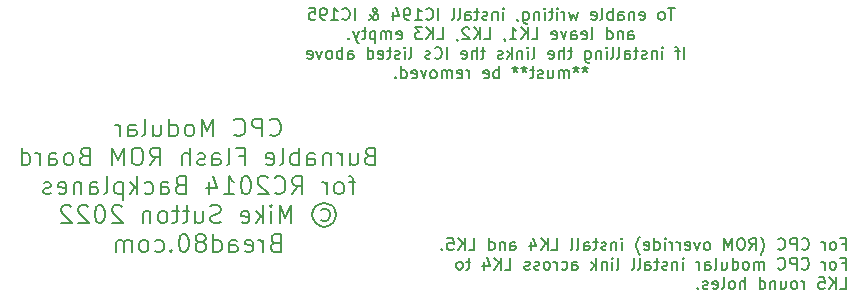
<source format=gbo>
G04 #@! TF.GenerationSoftware,KiCad,Pcbnew,(5.1.7)-1*
G04 #@! TF.CreationDate,2022-08-31T14:47:41+01:00*
G04 #@! TF.ProjectId,CPCROM,43504352-4f4d-42e6-9b69-6361645f7063,rev?*
G04 #@! TF.SameCoordinates,Original*
G04 #@! TF.FileFunction,Legend,Bot*
G04 #@! TF.FilePolarity,Positive*
%FSLAX46Y46*%
G04 Gerber Fmt 4.6, Leading zero omitted, Abs format (unit mm)*
G04 Created by KiCad (PCBNEW (5.1.7)-1) date 2022-08-31 14:47:41*
%MOMM*%
%LPD*%
G01*
G04 APERTURE LIST*
%ADD10C,0.200000*%
%ADD11C,0.150000*%
G04 APERTURE END LIST*
D10*
X190185714Y-132160714D02*
X190257142Y-132232142D01*
X190471428Y-132303571D01*
X190614285Y-132303571D01*
X190828571Y-132232142D01*
X190971428Y-132089285D01*
X191042857Y-131946428D01*
X191114285Y-131660714D01*
X191114285Y-131446428D01*
X191042857Y-131160714D01*
X190971428Y-131017857D01*
X190828571Y-130875000D01*
X190614285Y-130803571D01*
X190471428Y-130803571D01*
X190257142Y-130875000D01*
X190185714Y-130946428D01*
X189542857Y-132303571D02*
X189542857Y-130803571D01*
X188971428Y-130803571D01*
X188828571Y-130875000D01*
X188757142Y-130946428D01*
X188685714Y-131089285D01*
X188685714Y-131303571D01*
X188757142Y-131446428D01*
X188828571Y-131517857D01*
X188971428Y-131589285D01*
X189542857Y-131589285D01*
X187185714Y-132160714D02*
X187257142Y-132232142D01*
X187471428Y-132303571D01*
X187614285Y-132303571D01*
X187828571Y-132232142D01*
X187971428Y-132089285D01*
X188042857Y-131946428D01*
X188114285Y-131660714D01*
X188114285Y-131446428D01*
X188042857Y-131160714D01*
X187971428Y-131017857D01*
X187828571Y-130875000D01*
X187614285Y-130803571D01*
X187471428Y-130803571D01*
X187257142Y-130875000D01*
X187185714Y-130946428D01*
X185400000Y-132303571D02*
X185400000Y-130803571D01*
X184900000Y-131875000D01*
X184400000Y-130803571D01*
X184400000Y-132303571D01*
X183471428Y-132303571D02*
X183614285Y-132232142D01*
X183685714Y-132160714D01*
X183757142Y-132017857D01*
X183757142Y-131589285D01*
X183685714Y-131446428D01*
X183614285Y-131375000D01*
X183471428Y-131303571D01*
X183257142Y-131303571D01*
X183114285Y-131375000D01*
X183042857Y-131446428D01*
X182971428Y-131589285D01*
X182971428Y-132017857D01*
X183042857Y-132160714D01*
X183114285Y-132232142D01*
X183257142Y-132303571D01*
X183471428Y-132303571D01*
X181685714Y-132303571D02*
X181685714Y-130803571D01*
X181685714Y-132232142D02*
X181828571Y-132303571D01*
X182114285Y-132303571D01*
X182257142Y-132232142D01*
X182328571Y-132160714D01*
X182400000Y-132017857D01*
X182400000Y-131589285D01*
X182328571Y-131446428D01*
X182257142Y-131375000D01*
X182114285Y-131303571D01*
X181828571Y-131303571D01*
X181685714Y-131375000D01*
X180328571Y-131303571D02*
X180328571Y-132303571D01*
X180971428Y-131303571D02*
X180971428Y-132089285D01*
X180900000Y-132232142D01*
X180757142Y-132303571D01*
X180542857Y-132303571D01*
X180400000Y-132232142D01*
X180328571Y-132160714D01*
X179400000Y-132303571D02*
X179542857Y-132232142D01*
X179614285Y-132089285D01*
X179614285Y-130803571D01*
X178185714Y-132303571D02*
X178185714Y-131517857D01*
X178257142Y-131375000D01*
X178400000Y-131303571D01*
X178685714Y-131303571D01*
X178828571Y-131375000D01*
X178185714Y-132232142D02*
X178328571Y-132303571D01*
X178685714Y-132303571D01*
X178828571Y-132232142D01*
X178900000Y-132089285D01*
X178900000Y-131946428D01*
X178828571Y-131803571D01*
X178685714Y-131732142D01*
X178328571Y-131732142D01*
X178185714Y-131660714D01*
X177471428Y-132303571D02*
X177471428Y-131303571D01*
X177471428Y-131589285D02*
X177400000Y-131446428D01*
X177328571Y-131375000D01*
X177185714Y-131303571D01*
X177042857Y-131303571D01*
X198614285Y-133967857D02*
X198400000Y-134039285D01*
X198328571Y-134110714D01*
X198257142Y-134253571D01*
X198257142Y-134467857D01*
X198328571Y-134610714D01*
X198400000Y-134682142D01*
X198542857Y-134753571D01*
X199114285Y-134753571D01*
X199114285Y-133253571D01*
X198614285Y-133253571D01*
X198471428Y-133325000D01*
X198400000Y-133396428D01*
X198328571Y-133539285D01*
X198328571Y-133682142D01*
X198400000Y-133825000D01*
X198471428Y-133896428D01*
X198614285Y-133967857D01*
X199114285Y-133967857D01*
X196971428Y-133753571D02*
X196971428Y-134753571D01*
X197614285Y-133753571D02*
X197614285Y-134539285D01*
X197542857Y-134682142D01*
X197400000Y-134753571D01*
X197185714Y-134753571D01*
X197042857Y-134682142D01*
X196971428Y-134610714D01*
X196257142Y-134753571D02*
X196257142Y-133753571D01*
X196257142Y-134039285D02*
X196185714Y-133896428D01*
X196114285Y-133825000D01*
X195971428Y-133753571D01*
X195828571Y-133753571D01*
X195328571Y-133753571D02*
X195328571Y-134753571D01*
X195328571Y-133896428D02*
X195257142Y-133825000D01*
X195114285Y-133753571D01*
X194900000Y-133753571D01*
X194757142Y-133825000D01*
X194685714Y-133967857D01*
X194685714Y-134753571D01*
X193328571Y-134753571D02*
X193328571Y-133967857D01*
X193400000Y-133825000D01*
X193542857Y-133753571D01*
X193828571Y-133753571D01*
X193971428Y-133825000D01*
X193328571Y-134682142D02*
X193471428Y-134753571D01*
X193828571Y-134753571D01*
X193971428Y-134682142D01*
X194042857Y-134539285D01*
X194042857Y-134396428D01*
X193971428Y-134253571D01*
X193828571Y-134182142D01*
X193471428Y-134182142D01*
X193328571Y-134110714D01*
X192614285Y-134753571D02*
X192614285Y-133253571D01*
X192614285Y-133825000D02*
X192471428Y-133753571D01*
X192185714Y-133753571D01*
X192042857Y-133825000D01*
X191971428Y-133896428D01*
X191900000Y-134039285D01*
X191900000Y-134467857D01*
X191971428Y-134610714D01*
X192042857Y-134682142D01*
X192185714Y-134753571D01*
X192471428Y-134753571D01*
X192614285Y-134682142D01*
X191042857Y-134753571D02*
X191185714Y-134682142D01*
X191257142Y-134539285D01*
X191257142Y-133253571D01*
X189900000Y-134682142D02*
X190042857Y-134753571D01*
X190328571Y-134753571D01*
X190471428Y-134682142D01*
X190542857Y-134539285D01*
X190542857Y-133967857D01*
X190471428Y-133825000D01*
X190328571Y-133753571D01*
X190042857Y-133753571D01*
X189900000Y-133825000D01*
X189828571Y-133967857D01*
X189828571Y-134110714D01*
X190542857Y-134253571D01*
X187542857Y-133967857D02*
X188042857Y-133967857D01*
X188042857Y-134753571D02*
X188042857Y-133253571D01*
X187328571Y-133253571D01*
X186542857Y-134753571D02*
X186685714Y-134682142D01*
X186757142Y-134539285D01*
X186757142Y-133253571D01*
X185328571Y-134753571D02*
X185328571Y-133967857D01*
X185400000Y-133825000D01*
X185542857Y-133753571D01*
X185828571Y-133753571D01*
X185971428Y-133825000D01*
X185328571Y-134682142D02*
X185471428Y-134753571D01*
X185828571Y-134753571D01*
X185971428Y-134682142D01*
X186042857Y-134539285D01*
X186042857Y-134396428D01*
X185971428Y-134253571D01*
X185828571Y-134182142D01*
X185471428Y-134182142D01*
X185328571Y-134110714D01*
X184685714Y-134682142D02*
X184542857Y-134753571D01*
X184257142Y-134753571D01*
X184114285Y-134682142D01*
X184042857Y-134539285D01*
X184042857Y-134467857D01*
X184114285Y-134325000D01*
X184257142Y-134253571D01*
X184471428Y-134253571D01*
X184614285Y-134182142D01*
X184685714Y-134039285D01*
X184685714Y-133967857D01*
X184614285Y-133825000D01*
X184471428Y-133753571D01*
X184257142Y-133753571D01*
X184114285Y-133825000D01*
X183400000Y-134753571D02*
X183400000Y-133253571D01*
X182757142Y-134753571D02*
X182757142Y-133967857D01*
X182828571Y-133825000D01*
X182971428Y-133753571D01*
X183185714Y-133753571D01*
X183328571Y-133825000D01*
X183400000Y-133896428D01*
X180042857Y-134753571D02*
X180542857Y-134039285D01*
X180900000Y-134753571D02*
X180900000Y-133253571D01*
X180328571Y-133253571D01*
X180185714Y-133325000D01*
X180114285Y-133396428D01*
X180042857Y-133539285D01*
X180042857Y-133753571D01*
X180114285Y-133896428D01*
X180185714Y-133967857D01*
X180328571Y-134039285D01*
X180900000Y-134039285D01*
X179114285Y-133253571D02*
X178828571Y-133253571D01*
X178685714Y-133325000D01*
X178542857Y-133467857D01*
X178471428Y-133753571D01*
X178471428Y-134253571D01*
X178542857Y-134539285D01*
X178685714Y-134682142D01*
X178828571Y-134753571D01*
X179114285Y-134753571D01*
X179257142Y-134682142D01*
X179400000Y-134539285D01*
X179471428Y-134253571D01*
X179471428Y-133753571D01*
X179400000Y-133467857D01*
X179257142Y-133325000D01*
X179114285Y-133253571D01*
X177828571Y-134753571D02*
X177828571Y-133253571D01*
X177328571Y-134325000D01*
X176828571Y-133253571D01*
X176828571Y-134753571D01*
X174471428Y-133967857D02*
X174257142Y-134039285D01*
X174185714Y-134110714D01*
X174114285Y-134253571D01*
X174114285Y-134467857D01*
X174185714Y-134610714D01*
X174257142Y-134682142D01*
X174400000Y-134753571D01*
X174971428Y-134753571D01*
X174971428Y-133253571D01*
X174471428Y-133253571D01*
X174328571Y-133325000D01*
X174257142Y-133396428D01*
X174185714Y-133539285D01*
X174185714Y-133682142D01*
X174257142Y-133825000D01*
X174328571Y-133896428D01*
X174471428Y-133967857D01*
X174971428Y-133967857D01*
X173257142Y-134753571D02*
X173400000Y-134682142D01*
X173471428Y-134610714D01*
X173542857Y-134467857D01*
X173542857Y-134039285D01*
X173471428Y-133896428D01*
X173400000Y-133825000D01*
X173257142Y-133753571D01*
X173042857Y-133753571D01*
X172900000Y-133825000D01*
X172828571Y-133896428D01*
X172757142Y-134039285D01*
X172757142Y-134467857D01*
X172828571Y-134610714D01*
X172900000Y-134682142D01*
X173042857Y-134753571D01*
X173257142Y-134753571D01*
X171471428Y-134753571D02*
X171471428Y-133967857D01*
X171542857Y-133825000D01*
X171685714Y-133753571D01*
X171971428Y-133753571D01*
X172114285Y-133825000D01*
X171471428Y-134682142D02*
X171614285Y-134753571D01*
X171971428Y-134753571D01*
X172114285Y-134682142D01*
X172185714Y-134539285D01*
X172185714Y-134396428D01*
X172114285Y-134253571D01*
X171971428Y-134182142D01*
X171614285Y-134182142D01*
X171471428Y-134110714D01*
X170757142Y-134753571D02*
X170757142Y-133753571D01*
X170757142Y-134039285D02*
X170685714Y-133896428D01*
X170614285Y-133825000D01*
X170471428Y-133753571D01*
X170328571Y-133753571D01*
X169185714Y-134753571D02*
X169185714Y-133253571D01*
X169185714Y-134682142D02*
X169328571Y-134753571D01*
X169614285Y-134753571D01*
X169757142Y-134682142D01*
X169828571Y-134610714D01*
X169900000Y-134467857D01*
X169900000Y-134039285D01*
X169828571Y-133896428D01*
X169757142Y-133825000D01*
X169614285Y-133753571D01*
X169328571Y-133753571D01*
X169185714Y-133825000D01*
X197435714Y-136203571D02*
X196864285Y-136203571D01*
X197221428Y-137203571D02*
X197221428Y-135917857D01*
X197150000Y-135775000D01*
X197007142Y-135703571D01*
X196864285Y-135703571D01*
X196150000Y-137203571D02*
X196292857Y-137132142D01*
X196364285Y-137060714D01*
X196435714Y-136917857D01*
X196435714Y-136489285D01*
X196364285Y-136346428D01*
X196292857Y-136275000D01*
X196150000Y-136203571D01*
X195935714Y-136203571D01*
X195792857Y-136275000D01*
X195721428Y-136346428D01*
X195650000Y-136489285D01*
X195650000Y-136917857D01*
X195721428Y-137060714D01*
X195792857Y-137132142D01*
X195935714Y-137203571D01*
X196150000Y-137203571D01*
X195007142Y-137203571D02*
X195007142Y-136203571D01*
X195007142Y-136489285D02*
X194935714Y-136346428D01*
X194864285Y-136275000D01*
X194721428Y-136203571D01*
X194578571Y-136203571D01*
X192078571Y-137203571D02*
X192578571Y-136489285D01*
X192935714Y-137203571D02*
X192935714Y-135703571D01*
X192364285Y-135703571D01*
X192221428Y-135775000D01*
X192150000Y-135846428D01*
X192078571Y-135989285D01*
X192078571Y-136203571D01*
X192150000Y-136346428D01*
X192221428Y-136417857D01*
X192364285Y-136489285D01*
X192935714Y-136489285D01*
X190578571Y-137060714D02*
X190650000Y-137132142D01*
X190864285Y-137203571D01*
X191007142Y-137203571D01*
X191221428Y-137132142D01*
X191364285Y-136989285D01*
X191435714Y-136846428D01*
X191507142Y-136560714D01*
X191507142Y-136346428D01*
X191435714Y-136060714D01*
X191364285Y-135917857D01*
X191221428Y-135775000D01*
X191007142Y-135703571D01*
X190864285Y-135703571D01*
X190650000Y-135775000D01*
X190578571Y-135846428D01*
X190007142Y-135846428D02*
X189935714Y-135775000D01*
X189792857Y-135703571D01*
X189435714Y-135703571D01*
X189292857Y-135775000D01*
X189221428Y-135846428D01*
X189150000Y-135989285D01*
X189150000Y-136132142D01*
X189221428Y-136346428D01*
X190078571Y-137203571D01*
X189150000Y-137203571D01*
X188221428Y-135703571D02*
X188078571Y-135703571D01*
X187935714Y-135775000D01*
X187864285Y-135846428D01*
X187792857Y-135989285D01*
X187721428Y-136275000D01*
X187721428Y-136632142D01*
X187792857Y-136917857D01*
X187864285Y-137060714D01*
X187935714Y-137132142D01*
X188078571Y-137203571D01*
X188221428Y-137203571D01*
X188364285Y-137132142D01*
X188435714Y-137060714D01*
X188507142Y-136917857D01*
X188578571Y-136632142D01*
X188578571Y-136275000D01*
X188507142Y-135989285D01*
X188435714Y-135846428D01*
X188364285Y-135775000D01*
X188221428Y-135703571D01*
X186292857Y-137203571D02*
X187150000Y-137203571D01*
X186721428Y-137203571D02*
X186721428Y-135703571D01*
X186864285Y-135917857D01*
X187007142Y-136060714D01*
X187150000Y-136132142D01*
X185007142Y-136203571D02*
X185007142Y-137203571D01*
X185364285Y-135632142D02*
X185721428Y-136703571D01*
X184792857Y-136703571D01*
X182578571Y-136417857D02*
X182364285Y-136489285D01*
X182292857Y-136560714D01*
X182221428Y-136703571D01*
X182221428Y-136917857D01*
X182292857Y-137060714D01*
X182364285Y-137132142D01*
X182507142Y-137203571D01*
X183078571Y-137203571D01*
X183078571Y-135703571D01*
X182578571Y-135703571D01*
X182435714Y-135775000D01*
X182364285Y-135846428D01*
X182292857Y-135989285D01*
X182292857Y-136132142D01*
X182364285Y-136275000D01*
X182435714Y-136346428D01*
X182578571Y-136417857D01*
X183078571Y-136417857D01*
X180935714Y-137203571D02*
X180935714Y-136417857D01*
X181007142Y-136275000D01*
X181150000Y-136203571D01*
X181435714Y-136203571D01*
X181578571Y-136275000D01*
X180935714Y-137132142D02*
X181078571Y-137203571D01*
X181435714Y-137203571D01*
X181578571Y-137132142D01*
X181650000Y-136989285D01*
X181650000Y-136846428D01*
X181578571Y-136703571D01*
X181435714Y-136632142D01*
X181078571Y-136632142D01*
X180935714Y-136560714D01*
X179578571Y-137132142D02*
X179721428Y-137203571D01*
X180007142Y-137203571D01*
X180150000Y-137132142D01*
X180221428Y-137060714D01*
X180292857Y-136917857D01*
X180292857Y-136489285D01*
X180221428Y-136346428D01*
X180150000Y-136275000D01*
X180007142Y-136203571D01*
X179721428Y-136203571D01*
X179578571Y-136275000D01*
X178935714Y-137203571D02*
X178935714Y-135703571D01*
X178792857Y-136632142D02*
X178364285Y-137203571D01*
X178364285Y-136203571D02*
X178935714Y-136775000D01*
X177721428Y-136203571D02*
X177721428Y-137703571D01*
X177721428Y-136275000D02*
X177578571Y-136203571D01*
X177292857Y-136203571D01*
X177150000Y-136275000D01*
X177078571Y-136346428D01*
X177007142Y-136489285D01*
X177007142Y-136917857D01*
X177078571Y-137060714D01*
X177150000Y-137132142D01*
X177292857Y-137203571D01*
X177578571Y-137203571D01*
X177721428Y-137132142D01*
X176150000Y-137203571D02*
X176292857Y-137132142D01*
X176364285Y-136989285D01*
X176364285Y-135703571D01*
X174935714Y-137203571D02*
X174935714Y-136417857D01*
X175007142Y-136275000D01*
X175150000Y-136203571D01*
X175435714Y-136203571D01*
X175578571Y-136275000D01*
X174935714Y-137132142D02*
X175078571Y-137203571D01*
X175435714Y-137203571D01*
X175578571Y-137132142D01*
X175650000Y-136989285D01*
X175650000Y-136846428D01*
X175578571Y-136703571D01*
X175435714Y-136632142D01*
X175078571Y-136632142D01*
X174935714Y-136560714D01*
X174221428Y-136203571D02*
X174221428Y-137203571D01*
X174221428Y-136346428D02*
X174150000Y-136275000D01*
X174007142Y-136203571D01*
X173792857Y-136203571D01*
X173650000Y-136275000D01*
X173578571Y-136417857D01*
X173578571Y-137203571D01*
X172292857Y-137132142D02*
X172435714Y-137203571D01*
X172721428Y-137203571D01*
X172864285Y-137132142D01*
X172935714Y-136989285D01*
X172935714Y-136417857D01*
X172864285Y-136275000D01*
X172721428Y-136203571D01*
X172435714Y-136203571D01*
X172292857Y-136275000D01*
X172221428Y-136417857D01*
X172221428Y-136560714D01*
X172935714Y-136703571D01*
X171650000Y-137132142D02*
X171507142Y-137203571D01*
X171221428Y-137203571D01*
X171078571Y-137132142D01*
X171007142Y-136989285D01*
X171007142Y-136917857D01*
X171078571Y-136775000D01*
X171221428Y-136703571D01*
X171435714Y-136703571D01*
X171578571Y-136632142D01*
X171650000Y-136489285D01*
X171650000Y-136417857D01*
X171578571Y-136275000D01*
X171435714Y-136203571D01*
X171221428Y-136203571D01*
X171078571Y-136275000D01*
X194507142Y-138510714D02*
X194650000Y-138439285D01*
X194935714Y-138439285D01*
X195078571Y-138510714D01*
X195221428Y-138653571D01*
X195292857Y-138796428D01*
X195292857Y-139082142D01*
X195221428Y-139225000D01*
X195078571Y-139367857D01*
X194935714Y-139439285D01*
X194650000Y-139439285D01*
X194507142Y-139367857D01*
X194792857Y-137939285D02*
X195150000Y-138010714D01*
X195507142Y-138225000D01*
X195721428Y-138582142D01*
X195792857Y-138939285D01*
X195721428Y-139296428D01*
X195507142Y-139653571D01*
X195150000Y-139867857D01*
X194792857Y-139939285D01*
X194435714Y-139867857D01*
X194078571Y-139653571D01*
X193864285Y-139296428D01*
X193792857Y-138939285D01*
X193864285Y-138582142D01*
X194078571Y-138225000D01*
X194435714Y-138010714D01*
X194792857Y-137939285D01*
X192007142Y-139653571D02*
X192007142Y-138153571D01*
X191507142Y-139225000D01*
X191007142Y-138153571D01*
X191007142Y-139653571D01*
X190292857Y-139653571D02*
X190292857Y-138653571D01*
X190292857Y-138153571D02*
X190364285Y-138225000D01*
X190292857Y-138296428D01*
X190221428Y-138225000D01*
X190292857Y-138153571D01*
X190292857Y-138296428D01*
X189578571Y-139653571D02*
X189578571Y-138153571D01*
X189435714Y-139082142D02*
X189007142Y-139653571D01*
X189007142Y-138653571D02*
X189578571Y-139225000D01*
X187792857Y-139582142D02*
X187935714Y-139653571D01*
X188221428Y-139653571D01*
X188364285Y-139582142D01*
X188435714Y-139439285D01*
X188435714Y-138867857D01*
X188364285Y-138725000D01*
X188221428Y-138653571D01*
X187935714Y-138653571D01*
X187792857Y-138725000D01*
X187721428Y-138867857D01*
X187721428Y-139010714D01*
X188435714Y-139153571D01*
X186007142Y-139582142D02*
X185792857Y-139653571D01*
X185435714Y-139653571D01*
X185292857Y-139582142D01*
X185221428Y-139510714D01*
X185150000Y-139367857D01*
X185150000Y-139225000D01*
X185221428Y-139082142D01*
X185292857Y-139010714D01*
X185435714Y-138939285D01*
X185721428Y-138867857D01*
X185864285Y-138796428D01*
X185935714Y-138725000D01*
X186007142Y-138582142D01*
X186007142Y-138439285D01*
X185935714Y-138296428D01*
X185864285Y-138225000D01*
X185721428Y-138153571D01*
X185364285Y-138153571D01*
X185150000Y-138225000D01*
X183864285Y-138653571D02*
X183864285Y-139653571D01*
X184507142Y-138653571D02*
X184507142Y-139439285D01*
X184435714Y-139582142D01*
X184292857Y-139653571D01*
X184078571Y-139653571D01*
X183935714Y-139582142D01*
X183864285Y-139510714D01*
X183364285Y-138653571D02*
X182792857Y-138653571D01*
X183150000Y-138153571D02*
X183150000Y-139439285D01*
X183078571Y-139582142D01*
X182935714Y-139653571D01*
X182792857Y-139653571D01*
X182507142Y-138653571D02*
X181935714Y-138653571D01*
X182292857Y-138153571D02*
X182292857Y-139439285D01*
X182221428Y-139582142D01*
X182078571Y-139653571D01*
X181935714Y-139653571D01*
X181221428Y-139653571D02*
X181364285Y-139582142D01*
X181435714Y-139510714D01*
X181507142Y-139367857D01*
X181507142Y-138939285D01*
X181435714Y-138796428D01*
X181364285Y-138725000D01*
X181221428Y-138653571D01*
X181007142Y-138653571D01*
X180864285Y-138725000D01*
X180792857Y-138796428D01*
X180721428Y-138939285D01*
X180721428Y-139367857D01*
X180792857Y-139510714D01*
X180864285Y-139582142D01*
X181007142Y-139653571D01*
X181221428Y-139653571D01*
X180078571Y-138653571D02*
X180078571Y-139653571D01*
X180078571Y-138796428D02*
X180007142Y-138725000D01*
X179864285Y-138653571D01*
X179650000Y-138653571D01*
X179507142Y-138725000D01*
X179435714Y-138867857D01*
X179435714Y-139653571D01*
X177650000Y-138296428D02*
X177578571Y-138225000D01*
X177435714Y-138153571D01*
X177078571Y-138153571D01*
X176935714Y-138225000D01*
X176864285Y-138296428D01*
X176792857Y-138439285D01*
X176792857Y-138582142D01*
X176864285Y-138796428D01*
X177721428Y-139653571D01*
X176792857Y-139653571D01*
X175864285Y-138153571D02*
X175721428Y-138153571D01*
X175578571Y-138225000D01*
X175507142Y-138296428D01*
X175435714Y-138439285D01*
X175364285Y-138725000D01*
X175364285Y-139082142D01*
X175435714Y-139367857D01*
X175507142Y-139510714D01*
X175578571Y-139582142D01*
X175721428Y-139653571D01*
X175864285Y-139653571D01*
X176007142Y-139582142D01*
X176078571Y-139510714D01*
X176150000Y-139367857D01*
X176221428Y-139082142D01*
X176221428Y-138725000D01*
X176150000Y-138439285D01*
X176078571Y-138296428D01*
X176007142Y-138225000D01*
X175864285Y-138153571D01*
X174792857Y-138296428D02*
X174721428Y-138225000D01*
X174578571Y-138153571D01*
X174221428Y-138153571D01*
X174078571Y-138225000D01*
X174007142Y-138296428D01*
X173935714Y-138439285D01*
X173935714Y-138582142D01*
X174007142Y-138796428D01*
X174864285Y-139653571D01*
X173935714Y-139653571D01*
X173364285Y-138296428D02*
X173292857Y-138225000D01*
X173150000Y-138153571D01*
X172792857Y-138153571D01*
X172650000Y-138225000D01*
X172578571Y-138296428D01*
X172507142Y-138439285D01*
X172507142Y-138582142D01*
X172578571Y-138796428D01*
X173435714Y-139653571D01*
X172507142Y-139653571D01*
X190614285Y-141317857D02*
X190400000Y-141389285D01*
X190328571Y-141460714D01*
X190257142Y-141603571D01*
X190257142Y-141817857D01*
X190328571Y-141960714D01*
X190400000Y-142032142D01*
X190542857Y-142103571D01*
X191114285Y-142103571D01*
X191114285Y-140603571D01*
X190614285Y-140603571D01*
X190471428Y-140675000D01*
X190400000Y-140746428D01*
X190328571Y-140889285D01*
X190328571Y-141032142D01*
X190400000Y-141175000D01*
X190471428Y-141246428D01*
X190614285Y-141317857D01*
X191114285Y-141317857D01*
X189614285Y-142103571D02*
X189614285Y-141103571D01*
X189614285Y-141389285D02*
X189542857Y-141246428D01*
X189471428Y-141175000D01*
X189328571Y-141103571D01*
X189185714Y-141103571D01*
X188114285Y-142032142D02*
X188257142Y-142103571D01*
X188542857Y-142103571D01*
X188685714Y-142032142D01*
X188757142Y-141889285D01*
X188757142Y-141317857D01*
X188685714Y-141175000D01*
X188542857Y-141103571D01*
X188257142Y-141103571D01*
X188114285Y-141175000D01*
X188042857Y-141317857D01*
X188042857Y-141460714D01*
X188757142Y-141603571D01*
X186757142Y-142103571D02*
X186757142Y-141317857D01*
X186828571Y-141175000D01*
X186971428Y-141103571D01*
X187257142Y-141103571D01*
X187400000Y-141175000D01*
X186757142Y-142032142D02*
X186900000Y-142103571D01*
X187257142Y-142103571D01*
X187400000Y-142032142D01*
X187471428Y-141889285D01*
X187471428Y-141746428D01*
X187400000Y-141603571D01*
X187257142Y-141532142D01*
X186900000Y-141532142D01*
X186757142Y-141460714D01*
X185400000Y-142103571D02*
X185400000Y-140603571D01*
X185400000Y-142032142D02*
X185542857Y-142103571D01*
X185828571Y-142103571D01*
X185971428Y-142032142D01*
X186042857Y-141960714D01*
X186114285Y-141817857D01*
X186114285Y-141389285D01*
X186042857Y-141246428D01*
X185971428Y-141175000D01*
X185828571Y-141103571D01*
X185542857Y-141103571D01*
X185400000Y-141175000D01*
X184471428Y-141246428D02*
X184614285Y-141175000D01*
X184685714Y-141103571D01*
X184757142Y-140960714D01*
X184757142Y-140889285D01*
X184685714Y-140746428D01*
X184614285Y-140675000D01*
X184471428Y-140603571D01*
X184185714Y-140603571D01*
X184042857Y-140675000D01*
X183971428Y-140746428D01*
X183900000Y-140889285D01*
X183900000Y-140960714D01*
X183971428Y-141103571D01*
X184042857Y-141175000D01*
X184185714Y-141246428D01*
X184471428Y-141246428D01*
X184614285Y-141317857D01*
X184685714Y-141389285D01*
X184757142Y-141532142D01*
X184757142Y-141817857D01*
X184685714Y-141960714D01*
X184614285Y-142032142D01*
X184471428Y-142103571D01*
X184185714Y-142103571D01*
X184042857Y-142032142D01*
X183971428Y-141960714D01*
X183900000Y-141817857D01*
X183900000Y-141532142D01*
X183971428Y-141389285D01*
X184042857Y-141317857D01*
X184185714Y-141246428D01*
X182971428Y-140603571D02*
X182828571Y-140603571D01*
X182685714Y-140675000D01*
X182614285Y-140746428D01*
X182542857Y-140889285D01*
X182471428Y-141175000D01*
X182471428Y-141532142D01*
X182542857Y-141817857D01*
X182614285Y-141960714D01*
X182685714Y-142032142D01*
X182828571Y-142103571D01*
X182971428Y-142103571D01*
X183114285Y-142032142D01*
X183185714Y-141960714D01*
X183257142Y-141817857D01*
X183328571Y-141532142D01*
X183328571Y-141175000D01*
X183257142Y-140889285D01*
X183185714Y-140746428D01*
X183114285Y-140675000D01*
X182971428Y-140603571D01*
X181828571Y-141960714D02*
X181757142Y-142032142D01*
X181828571Y-142103571D01*
X181900000Y-142032142D01*
X181828571Y-141960714D01*
X181828571Y-142103571D01*
X180471428Y-142032142D02*
X180614285Y-142103571D01*
X180900000Y-142103571D01*
X181042857Y-142032142D01*
X181114285Y-141960714D01*
X181185714Y-141817857D01*
X181185714Y-141389285D01*
X181114285Y-141246428D01*
X181042857Y-141175000D01*
X180900000Y-141103571D01*
X180614285Y-141103571D01*
X180471428Y-141175000D01*
X179614285Y-142103571D02*
X179757142Y-142032142D01*
X179828571Y-141960714D01*
X179900000Y-141817857D01*
X179900000Y-141389285D01*
X179828571Y-141246428D01*
X179757142Y-141175000D01*
X179614285Y-141103571D01*
X179400000Y-141103571D01*
X179257142Y-141175000D01*
X179185714Y-141246428D01*
X179114285Y-141389285D01*
X179114285Y-141817857D01*
X179185714Y-141960714D01*
X179257142Y-142032142D01*
X179400000Y-142103571D01*
X179614285Y-142103571D01*
X178471428Y-142103571D02*
X178471428Y-141103571D01*
X178471428Y-141246428D02*
X178400000Y-141175000D01*
X178257142Y-141103571D01*
X178042857Y-141103571D01*
X177900000Y-141175000D01*
X177828571Y-141317857D01*
X177828571Y-142103571D01*
X177828571Y-141317857D02*
X177757142Y-141175000D01*
X177614285Y-141103571D01*
X177400000Y-141103571D01*
X177257142Y-141175000D01*
X177185714Y-141317857D01*
X177185714Y-142103571D01*
D11*
X224462619Y-121437380D02*
X223891190Y-121437380D01*
X224176904Y-122437380D02*
X224176904Y-121437380D01*
X223415000Y-122437380D02*
X223510238Y-122389761D01*
X223557857Y-122342142D01*
X223605476Y-122246904D01*
X223605476Y-121961190D01*
X223557857Y-121865952D01*
X223510238Y-121818333D01*
X223415000Y-121770714D01*
X223272142Y-121770714D01*
X223176904Y-121818333D01*
X223129285Y-121865952D01*
X223081666Y-121961190D01*
X223081666Y-122246904D01*
X223129285Y-122342142D01*
X223176904Y-122389761D01*
X223272142Y-122437380D01*
X223415000Y-122437380D01*
X221510238Y-122389761D02*
X221605476Y-122437380D01*
X221795952Y-122437380D01*
X221891190Y-122389761D01*
X221938809Y-122294523D01*
X221938809Y-121913571D01*
X221891190Y-121818333D01*
X221795952Y-121770714D01*
X221605476Y-121770714D01*
X221510238Y-121818333D01*
X221462619Y-121913571D01*
X221462619Y-122008809D01*
X221938809Y-122104047D01*
X221034047Y-121770714D02*
X221034047Y-122437380D01*
X221034047Y-121865952D02*
X220986428Y-121818333D01*
X220891190Y-121770714D01*
X220748333Y-121770714D01*
X220653095Y-121818333D01*
X220605476Y-121913571D01*
X220605476Y-122437380D01*
X219700714Y-122437380D02*
X219700714Y-121913571D01*
X219748333Y-121818333D01*
X219843571Y-121770714D01*
X220034047Y-121770714D01*
X220129285Y-121818333D01*
X219700714Y-122389761D02*
X219795952Y-122437380D01*
X220034047Y-122437380D01*
X220129285Y-122389761D01*
X220176904Y-122294523D01*
X220176904Y-122199285D01*
X220129285Y-122104047D01*
X220034047Y-122056428D01*
X219795952Y-122056428D01*
X219700714Y-122008809D01*
X219224523Y-122437380D02*
X219224523Y-121437380D01*
X219224523Y-121818333D02*
X219129285Y-121770714D01*
X218938809Y-121770714D01*
X218843571Y-121818333D01*
X218795952Y-121865952D01*
X218748333Y-121961190D01*
X218748333Y-122246904D01*
X218795952Y-122342142D01*
X218843571Y-122389761D01*
X218938809Y-122437380D01*
X219129285Y-122437380D01*
X219224523Y-122389761D01*
X218176904Y-122437380D02*
X218272142Y-122389761D01*
X218319761Y-122294523D01*
X218319761Y-121437380D01*
X217415000Y-122389761D02*
X217510238Y-122437380D01*
X217700714Y-122437380D01*
X217795952Y-122389761D01*
X217843571Y-122294523D01*
X217843571Y-121913571D01*
X217795952Y-121818333D01*
X217700714Y-121770714D01*
X217510238Y-121770714D01*
X217415000Y-121818333D01*
X217367380Y-121913571D01*
X217367380Y-122008809D01*
X217843571Y-122104047D01*
X216272142Y-121770714D02*
X216081666Y-122437380D01*
X215891190Y-121961190D01*
X215700714Y-122437380D01*
X215510238Y-121770714D01*
X215129285Y-122437380D02*
X215129285Y-121770714D01*
X215129285Y-121961190D02*
X215081666Y-121865952D01*
X215034047Y-121818333D01*
X214938809Y-121770714D01*
X214843571Y-121770714D01*
X214510238Y-122437380D02*
X214510238Y-121770714D01*
X214510238Y-121437380D02*
X214557857Y-121485000D01*
X214510238Y-121532619D01*
X214462619Y-121485000D01*
X214510238Y-121437380D01*
X214510238Y-121532619D01*
X214176904Y-121770714D02*
X213795952Y-121770714D01*
X214034047Y-121437380D02*
X214034047Y-122294523D01*
X213986428Y-122389761D01*
X213891190Y-122437380D01*
X213795952Y-122437380D01*
X213462619Y-122437380D02*
X213462619Y-121770714D01*
X213462619Y-121437380D02*
X213510238Y-121485000D01*
X213462619Y-121532619D01*
X213415000Y-121485000D01*
X213462619Y-121437380D01*
X213462619Y-121532619D01*
X212986428Y-121770714D02*
X212986428Y-122437380D01*
X212986428Y-121865952D02*
X212938809Y-121818333D01*
X212843571Y-121770714D01*
X212700714Y-121770714D01*
X212605476Y-121818333D01*
X212557857Y-121913571D01*
X212557857Y-122437380D01*
X211653095Y-121770714D02*
X211653095Y-122580238D01*
X211700714Y-122675476D01*
X211748333Y-122723095D01*
X211843571Y-122770714D01*
X211986428Y-122770714D01*
X212081666Y-122723095D01*
X211653095Y-122389761D02*
X211748333Y-122437380D01*
X211938809Y-122437380D01*
X212034047Y-122389761D01*
X212081666Y-122342142D01*
X212129285Y-122246904D01*
X212129285Y-121961190D01*
X212081666Y-121865952D01*
X212034047Y-121818333D01*
X211938809Y-121770714D01*
X211748333Y-121770714D01*
X211653095Y-121818333D01*
X211129285Y-122389761D02*
X211129285Y-122437380D01*
X211176904Y-122532619D01*
X211224523Y-122580238D01*
X209938809Y-122437380D02*
X209938809Y-121770714D01*
X209938809Y-121437380D02*
X209986428Y-121485000D01*
X209938809Y-121532619D01*
X209891190Y-121485000D01*
X209938809Y-121437380D01*
X209938809Y-121532619D01*
X209462619Y-121770714D02*
X209462619Y-122437380D01*
X209462619Y-121865952D02*
X209415000Y-121818333D01*
X209319761Y-121770714D01*
X209176904Y-121770714D01*
X209081666Y-121818333D01*
X209034047Y-121913571D01*
X209034047Y-122437380D01*
X208605476Y-122389761D02*
X208510238Y-122437380D01*
X208319761Y-122437380D01*
X208224523Y-122389761D01*
X208176904Y-122294523D01*
X208176904Y-122246904D01*
X208224523Y-122151666D01*
X208319761Y-122104047D01*
X208462619Y-122104047D01*
X208557857Y-122056428D01*
X208605476Y-121961190D01*
X208605476Y-121913571D01*
X208557857Y-121818333D01*
X208462619Y-121770714D01*
X208319761Y-121770714D01*
X208224523Y-121818333D01*
X207891190Y-121770714D02*
X207510238Y-121770714D01*
X207748333Y-121437380D02*
X207748333Y-122294523D01*
X207700714Y-122389761D01*
X207605476Y-122437380D01*
X207510238Y-122437380D01*
X206748333Y-122437380D02*
X206748333Y-121913571D01*
X206795952Y-121818333D01*
X206891190Y-121770714D01*
X207081666Y-121770714D01*
X207176904Y-121818333D01*
X206748333Y-122389761D02*
X206843571Y-122437380D01*
X207081666Y-122437380D01*
X207176904Y-122389761D01*
X207224523Y-122294523D01*
X207224523Y-122199285D01*
X207176904Y-122104047D01*
X207081666Y-122056428D01*
X206843571Y-122056428D01*
X206748333Y-122008809D01*
X206129285Y-122437380D02*
X206224523Y-122389761D01*
X206272142Y-122294523D01*
X206272142Y-121437380D01*
X205605476Y-122437380D02*
X205700714Y-122389761D01*
X205748333Y-122294523D01*
X205748333Y-121437380D01*
X204462619Y-122437380D02*
X204462619Y-121437380D01*
X203415000Y-122342142D02*
X203462619Y-122389761D01*
X203605476Y-122437380D01*
X203700714Y-122437380D01*
X203843571Y-122389761D01*
X203938809Y-122294523D01*
X203986428Y-122199285D01*
X204034047Y-122008809D01*
X204034047Y-121865952D01*
X203986428Y-121675476D01*
X203938809Y-121580238D01*
X203843571Y-121485000D01*
X203700714Y-121437380D01*
X203605476Y-121437380D01*
X203462619Y-121485000D01*
X203415000Y-121532619D01*
X202462619Y-122437380D02*
X203034047Y-122437380D01*
X202748333Y-122437380D02*
X202748333Y-121437380D01*
X202843571Y-121580238D01*
X202938809Y-121675476D01*
X203034047Y-121723095D01*
X201986428Y-122437380D02*
X201795952Y-122437380D01*
X201700714Y-122389761D01*
X201653095Y-122342142D01*
X201557857Y-122199285D01*
X201510238Y-122008809D01*
X201510238Y-121627857D01*
X201557857Y-121532619D01*
X201605476Y-121485000D01*
X201700714Y-121437380D01*
X201891190Y-121437380D01*
X201986428Y-121485000D01*
X202034047Y-121532619D01*
X202081666Y-121627857D01*
X202081666Y-121865952D01*
X202034047Y-121961190D01*
X201986428Y-122008809D01*
X201891190Y-122056428D01*
X201700714Y-122056428D01*
X201605476Y-122008809D01*
X201557857Y-121961190D01*
X201510238Y-121865952D01*
X200653095Y-121770714D02*
X200653095Y-122437380D01*
X200891190Y-121389761D02*
X201129285Y-122104047D01*
X200510238Y-122104047D01*
X198557857Y-122437380D02*
X198605476Y-122437380D01*
X198700714Y-122389761D01*
X198843571Y-122246904D01*
X199081666Y-121961190D01*
X199176904Y-121818333D01*
X199224523Y-121675476D01*
X199224523Y-121580238D01*
X199176904Y-121485000D01*
X199081666Y-121437380D01*
X199034047Y-121437380D01*
X198938809Y-121485000D01*
X198891190Y-121580238D01*
X198891190Y-121627857D01*
X198938809Y-121723095D01*
X198986428Y-121770714D01*
X199272142Y-121961190D01*
X199319761Y-122008809D01*
X199367380Y-122104047D01*
X199367380Y-122246904D01*
X199319761Y-122342142D01*
X199272142Y-122389761D01*
X199176904Y-122437380D01*
X199034047Y-122437380D01*
X198938809Y-122389761D01*
X198891190Y-122342142D01*
X198748333Y-122151666D01*
X198700714Y-122008809D01*
X198700714Y-121913571D01*
X197367380Y-122437380D02*
X197367380Y-121437380D01*
X196319761Y-122342142D02*
X196367380Y-122389761D01*
X196510238Y-122437380D01*
X196605476Y-122437380D01*
X196748333Y-122389761D01*
X196843571Y-122294523D01*
X196891190Y-122199285D01*
X196938809Y-122008809D01*
X196938809Y-121865952D01*
X196891190Y-121675476D01*
X196843571Y-121580238D01*
X196748333Y-121485000D01*
X196605476Y-121437380D01*
X196510238Y-121437380D01*
X196367380Y-121485000D01*
X196319761Y-121532619D01*
X195367380Y-122437380D02*
X195938809Y-122437380D01*
X195653095Y-122437380D02*
X195653095Y-121437380D01*
X195748333Y-121580238D01*
X195843571Y-121675476D01*
X195938809Y-121723095D01*
X194891190Y-122437380D02*
X194700714Y-122437380D01*
X194605476Y-122389761D01*
X194557857Y-122342142D01*
X194462619Y-122199285D01*
X194415000Y-122008809D01*
X194415000Y-121627857D01*
X194462619Y-121532619D01*
X194510238Y-121485000D01*
X194605476Y-121437380D01*
X194795952Y-121437380D01*
X194891190Y-121485000D01*
X194938809Y-121532619D01*
X194986428Y-121627857D01*
X194986428Y-121865952D01*
X194938809Y-121961190D01*
X194891190Y-122008809D01*
X194795952Y-122056428D01*
X194605476Y-122056428D01*
X194510238Y-122008809D01*
X194462619Y-121961190D01*
X194415000Y-121865952D01*
X193510238Y-121437380D02*
X193986428Y-121437380D01*
X194034047Y-121913571D01*
X193986428Y-121865952D01*
X193891190Y-121818333D01*
X193653095Y-121818333D01*
X193557857Y-121865952D01*
X193510238Y-121913571D01*
X193462619Y-122008809D01*
X193462619Y-122246904D01*
X193510238Y-122342142D01*
X193557857Y-122389761D01*
X193653095Y-122437380D01*
X193891190Y-122437380D01*
X193986428Y-122389761D01*
X194034047Y-122342142D01*
X220534047Y-124087380D02*
X220534047Y-123563571D01*
X220581666Y-123468333D01*
X220676904Y-123420714D01*
X220867380Y-123420714D01*
X220962619Y-123468333D01*
X220534047Y-124039761D02*
X220629285Y-124087380D01*
X220867380Y-124087380D01*
X220962619Y-124039761D01*
X221010238Y-123944523D01*
X221010238Y-123849285D01*
X220962619Y-123754047D01*
X220867380Y-123706428D01*
X220629285Y-123706428D01*
X220534047Y-123658809D01*
X220057857Y-123420714D02*
X220057857Y-124087380D01*
X220057857Y-123515952D02*
X220010238Y-123468333D01*
X219915000Y-123420714D01*
X219772142Y-123420714D01*
X219676904Y-123468333D01*
X219629285Y-123563571D01*
X219629285Y-124087380D01*
X218724523Y-124087380D02*
X218724523Y-123087380D01*
X218724523Y-124039761D02*
X218819761Y-124087380D01*
X219010238Y-124087380D01*
X219105476Y-124039761D01*
X219153095Y-123992142D01*
X219200714Y-123896904D01*
X219200714Y-123611190D01*
X219153095Y-123515952D01*
X219105476Y-123468333D01*
X219010238Y-123420714D01*
X218819761Y-123420714D01*
X218724523Y-123468333D01*
X217343571Y-124087380D02*
X217438809Y-124039761D01*
X217486428Y-123944523D01*
X217486428Y-123087380D01*
X216581666Y-124039761D02*
X216676904Y-124087380D01*
X216867380Y-124087380D01*
X216962619Y-124039761D01*
X217010238Y-123944523D01*
X217010238Y-123563571D01*
X216962619Y-123468333D01*
X216867380Y-123420714D01*
X216676904Y-123420714D01*
X216581666Y-123468333D01*
X216534047Y-123563571D01*
X216534047Y-123658809D01*
X217010238Y-123754047D01*
X215676904Y-124087380D02*
X215676904Y-123563571D01*
X215724523Y-123468333D01*
X215819761Y-123420714D01*
X216010238Y-123420714D01*
X216105476Y-123468333D01*
X215676904Y-124039761D02*
X215772142Y-124087380D01*
X216010238Y-124087380D01*
X216105476Y-124039761D01*
X216153095Y-123944523D01*
X216153095Y-123849285D01*
X216105476Y-123754047D01*
X216010238Y-123706428D01*
X215772142Y-123706428D01*
X215676904Y-123658809D01*
X215295952Y-123420714D02*
X215057857Y-124087380D01*
X214819761Y-123420714D01*
X214057857Y-124039761D02*
X214153095Y-124087380D01*
X214343571Y-124087380D01*
X214438809Y-124039761D01*
X214486428Y-123944523D01*
X214486428Y-123563571D01*
X214438809Y-123468333D01*
X214343571Y-123420714D01*
X214153095Y-123420714D01*
X214057857Y-123468333D01*
X214010238Y-123563571D01*
X214010238Y-123658809D01*
X214486428Y-123754047D01*
X212343571Y-124087380D02*
X212819761Y-124087380D01*
X212819761Y-123087380D01*
X212010238Y-124087380D02*
X212010238Y-123087380D01*
X211438809Y-124087380D02*
X211867380Y-123515952D01*
X211438809Y-123087380D02*
X212010238Y-123658809D01*
X210486428Y-124087380D02*
X211057857Y-124087380D01*
X210772142Y-124087380D02*
X210772142Y-123087380D01*
X210867380Y-123230238D01*
X210962619Y-123325476D01*
X211057857Y-123373095D01*
X210010238Y-124039761D02*
X210010238Y-124087380D01*
X210057857Y-124182619D01*
X210105476Y-124230238D01*
X208343571Y-124087380D02*
X208819761Y-124087380D01*
X208819761Y-123087380D01*
X208010238Y-124087380D02*
X208010238Y-123087380D01*
X207438809Y-124087380D02*
X207867380Y-123515952D01*
X207438809Y-123087380D02*
X208010238Y-123658809D01*
X207057857Y-123182619D02*
X207010238Y-123135000D01*
X206915000Y-123087380D01*
X206676904Y-123087380D01*
X206581666Y-123135000D01*
X206534047Y-123182619D01*
X206486428Y-123277857D01*
X206486428Y-123373095D01*
X206534047Y-123515952D01*
X207105476Y-124087380D01*
X206486428Y-124087380D01*
X206010238Y-124039761D02*
X206010238Y-124087380D01*
X206057857Y-124182619D01*
X206105476Y-124230238D01*
X204343571Y-124087380D02*
X204819761Y-124087380D01*
X204819761Y-123087380D01*
X204010238Y-124087380D02*
X204010238Y-123087380D01*
X203438809Y-124087380D02*
X203867380Y-123515952D01*
X203438809Y-123087380D02*
X204010238Y-123658809D01*
X203105476Y-123087380D02*
X202486428Y-123087380D01*
X202819761Y-123468333D01*
X202676904Y-123468333D01*
X202581666Y-123515952D01*
X202534047Y-123563571D01*
X202486428Y-123658809D01*
X202486428Y-123896904D01*
X202534047Y-123992142D01*
X202581666Y-124039761D01*
X202676904Y-124087380D01*
X202962619Y-124087380D01*
X203057857Y-124039761D01*
X203105476Y-123992142D01*
X200915000Y-124039761D02*
X201010238Y-124087380D01*
X201200714Y-124087380D01*
X201295952Y-124039761D01*
X201343571Y-123944523D01*
X201343571Y-123563571D01*
X201295952Y-123468333D01*
X201200714Y-123420714D01*
X201010238Y-123420714D01*
X200915000Y-123468333D01*
X200867380Y-123563571D01*
X200867380Y-123658809D01*
X201343571Y-123754047D01*
X200438809Y-124087380D02*
X200438809Y-123420714D01*
X200438809Y-123515952D02*
X200391190Y-123468333D01*
X200295952Y-123420714D01*
X200153095Y-123420714D01*
X200057857Y-123468333D01*
X200010238Y-123563571D01*
X200010238Y-124087380D01*
X200010238Y-123563571D02*
X199962619Y-123468333D01*
X199867380Y-123420714D01*
X199724523Y-123420714D01*
X199629285Y-123468333D01*
X199581666Y-123563571D01*
X199581666Y-124087380D01*
X199105476Y-123420714D02*
X199105476Y-124420714D01*
X199105476Y-123468333D02*
X199010238Y-123420714D01*
X198819761Y-123420714D01*
X198724523Y-123468333D01*
X198676904Y-123515952D01*
X198629285Y-123611190D01*
X198629285Y-123896904D01*
X198676904Y-123992142D01*
X198724523Y-124039761D01*
X198819761Y-124087380D01*
X199010238Y-124087380D01*
X199105476Y-124039761D01*
X198343571Y-123420714D02*
X197962619Y-123420714D01*
X198200714Y-123087380D02*
X198200714Y-123944523D01*
X198153095Y-124039761D01*
X198057857Y-124087380D01*
X197962619Y-124087380D01*
X197724523Y-123420714D02*
X197486428Y-124087380D01*
X197248333Y-123420714D02*
X197486428Y-124087380D01*
X197581666Y-124325476D01*
X197629285Y-124373095D01*
X197724523Y-124420714D01*
X196867380Y-123992142D02*
X196819761Y-124039761D01*
X196867380Y-124087380D01*
X196915000Y-124039761D01*
X196867380Y-123992142D01*
X196867380Y-124087380D01*
X225224523Y-125737380D02*
X225224523Y-124737380D01*
X224891190Y-125070714D02*
X224510238Y-125070714D01*
X224748333Y-125737380D02*
X224748333Y-124880238D01*
X224700714Y-124785000D01*
X224605476Y-124737380D01*
X224510238Y-124737380D01*
X223415000Y-125737380D02*
X223415000Y-125070714D01*
X223415000Y-124737380D02*
X223462619Y-124785000D01*
X223415000Y-124832619D01*
X223367380Y-124785000D01*
X223415000Y-124737380D01*
X223415000Y-124832619D01*
X222938809Y-125070714D02*
X222938809Y-125737380D01*
X222938809Y-125165952D02*
X222891190Y-125118333D01*
X222795952Y-125070714D01*
X222653095Y-125070714D01*
X222557857Y-125118333D01*
X222510238Y-125213571D01*
X222510238Y-125737380D01*
X222081666Y-125689761D02*
X221986428Y-125737380D01*
X221795952Y-125737380D01*
X221700714Y-125689761D01*
X221653095Y-125594523D01*
X221653095Y-125546904D01*
X221700714Y-125451666D01*
X221795952Y-125404047D01*
X221938809Y-125404047D01*
X222034047Y-125356428D01*
X222081666Y-125261190D01*
X222081666Y-125213571D01*
X222034047Y-125118333D01*
X221938809Y-125070714D01*
X221795952Y-125070714D01*
X221700714Y-125118333D01*
X221367380Y-125070714D02*
X220986428Y-125070714D01*
X221224523Y-124737380D02*
X221224523Y-125594523D01*
X221176904Y-125689761D01*
X221081666Y-125737380D01*
X220986428Y-125737380D01*
X220224523Y-125737380D02*
X220224523Y-125213571D01*
X220272142Y-125118333D01*
X220367380Y-125070714D01*
X220557857Y-125070714D01*
X220653095Y-125118333D01*
X220224523Y-125689761D02*
X220319761Y-125737380D01*
X220557857Y-125737380D01*
X220653095Y-125689761D01*
X220700714Y-125594523D01*
X220700714Y-125499285D01*
X220653095Y-125404047D01*
X220557857Y-125356428D01*
X220319761Y-125356428D01*
X220224523Y-125308809D01*
X219605476Y-125737380D02*
X219700714Y-125689761D01*
X219748333Y-125594523D01*
X219748333Y-124737380D01*
X219081666Y-125737380D02*
X219176904Y-125689761D01*
X219224523Y-125594523D01*
X219224523Y-124737380D01*
X218700714Y-125737380D02*
X218700714Y-125070714D01*
X218700714Y-124737380D02*
X218748333Y-124785000D01*
X218700714Y-124832619D01*
X218653095Y-124785000D01*
X218700714Y-124737380D01*
X218700714Y-124832619D01*
X218224523Y-125070714D02*
X218224523Y-125737380D01*
X218224523Y-125165952D02*
X218176904Y-125118333D01*
X218081666Y-125070714D01*
X217938809Y-125070714D01*
X217843571Y-125118333D01*
X217795952Y-125213571D01*
X217795952Y-125737380D01*
X216891190Y-125070714D02*
X216891190Y-125880238D01*
X216938809Y-125975476D01*
X216986428Y-126023095D01*
X217081666Y-126070714D01*
X217224523Y-126070714D01*
X217319761Y-126023095D01*
X216891190Y-125689761D02*
X216986428Y-125737380D01*
X217176904Y-125737380D01*
X217272142Y-125689761D01*
X217319761Y-125642142D01*
X217367380Y-125546904D01*
X217367380Y-125261190D01*
X217319761Y-125165952D01*
X217272142Y-125118333D01*
X217176904Y-125070714D01*
X216986428Y-125070714D01*
X216891190Y-125118333D01*
X215795952Y-125070714D02*
X215415000Y-125070714D01*
X215653095Y-124737380D02*
X215653095Y-125594523D01*
X215605476Y-125689761D01*
X215510238Y-125737380D01*
X215415000Y-125737380D01*
X215081666Y-125737380D02*
X215081666Y-124737380D01*
X214653095Y-125737380D02*
X214653095Y-125213571D01*
X214700714Y-125118333D01*
X214795952Y-125070714D01*
X214938809Y-125070714D01*
X215034047Y-125118333D01*
X215081666Y-125165952D01*
X213795952Y-125689761D02*
X213891190Y-125737380D01*
X214081666Y-125737380D01*
X214176904Y-125689761D01*
X214224523Y-125594523D01*
X214224523Y-125213571D01*
X214176904Y-125118333D01*
X214081666Y-125070714D01*
X213891190Y-125070714D01*
X213795952Y-125118333D01*
X213748333Y-125213571D01*
X213748333Y-125308809D01*
X214224523Y-125404047D01*
X212415000Y-125737380D02*
X212510238Y-125689761D01*
X212557857Y-125594523D01*
X212557857Y-124737380D01*
X212034047Y-125737380D02*
X212034047Y-125070714D01*
X212034047Y-124737380D02*
X212081666Y-124785000D01*
X212034047Y-124832619D01*
X211986428Y-124785000D01*
X212034047Y-124737380D01*
X212034047Y-124832619D01*
X211557857Y-125070714D02*
X211557857Y-125737380D01*
X211557857Y-125165952D02*
X211510238Y-125118333D01*
X211415000Y-125070714D01*
X211272142Y-125070714D01*
X211176904Y-125118333D01*
X211129285Y-125213571D01*
X211129285Y-125737380D01*
X210653095Y-125737380D02*
X210653095Y-124737380D01*
X210557857Y-125356428D02*
X210272142Y-125737380D01*
X210272142Y-125070714D02*
X210653095Y-125451666D01*
X209891190Y-125689761D02*
X209795952Y-125737380D01*
X209605476Y-125737380D01*
X209510238Y-125689761D01*
X209462619Y-125594523D01*
X209462619Y-125546904D01*
X209510238Y-125451666D01*
X209605476Y-125404047D01*
X209748333Y-125404047D01*
X209843571Y-125356428D01*
X209891190Y-125261190D01*
X209891190Y-125213571D01*
X209843571Y-125118333D01*
X209748333Y-125070714D01*
X209605476Y-125070714D01*
X209510238Y-125118333D01*
X208415000Y-125070714D02*
X208034047Y-125070714D01*
X208272142Y-124737380D02*
X208272142Y-125594523D01*
X208224523Y-125689761D01*
X208129285Y-125737380D01*
X208034047Y-125737380D01*
X207700714Y-125737380D02*
X207700714Y-124737380D01*
X207272142Y-125737380D02*
X207272142Y-125213571D01*
X207319761Y-125118333D01*
X207415000Y-125070714D01*
X207557857Y-125070714D01*
X207653095Y-125118333D01*
X207700714Y-125165952D01*
X206415000Y-125689761D02*
X206510238Y-125737380D01*
X206700714Y-125737380D01*
X206795952Y-125689761D01*
X206843571Y-125594523D01*
X206843571Y-125213571D01*
X206795952Y-125118333D01*
X206700714Y-125070714D01*
X206510238Y-125070714D01*
X206415000Y-125118333D01*
X206367380Y-125213571D01*
X206367380Y-125308809D01*
X206843571Y-125404047D01*
X205176904Y-125737380D02*
X205176904Y-124737380D01*
X204129285Y-125642142D02*
X204176904Y-125689761D01*
X204319761Y-125737380D01*
X204415000Y-125737380D01*
X204557857Y-125689761D01*
X204653095Y-125594523D01*
X204700714Y-125499285D01*
X204748333Y-125308809D01*
X204748333Y-125165952D01*
X204700714Y-124975476D01*
X204653095Y-124880238D01*
X204557857Y-124785000D01*
X204415000Y-124737380D01*
X204319761Y-124737380D01*
X204176904Y-124785000D01*
X204129285Y-124832619D01*
X203748333Y-125689761D02*
X203653095Y-125737380D01*
X203462619Y-125737380D01*
X203367380Y-125689761D01*
X203319761Y-125594523D01*
X203319761Y-125546904D01*
X203367380Y-125451666D01*
X203462619Y-125404047D01*
X203605476Y-125404047D01*
X203700714Y-125356428D01*
X203748333Y-125261190D01*
X203748333Y-125213571D01*
X203700714Y-125118333D01*
X203605476Y-125070714D01*
X203462619Y-125070714D01*
X203367380Y-125118333D01*
X201986428Y-125737380D02*
X202081666Y-125689761D01*
X202129285Y-125594523D01*
X202129285Y-124737380D01*
X201605476Y-125737380D02*
X201605476Y-125070714D01*
X201605476Y-124737380D02*
X201653095Y-124785000D01*
X201605476Y-124832619D01*
X201557857Y-124785000D01*
X201605476Y-124737380D01*
X201605476Y-124832619D01*
X201176904Y-125689761D02*
X201081666Y-125737380D01*
X200891190Y-125737380D01*
X200795952Y-125689761D01*
X200748333Y-125594523D01*
X200748333Y-125546904D01*
X200795952Y-125451666D01*
X200891190Y-125404047D01*
X201034047Y-125404047D01*
X201129285Y-125356428D01*
X201176904Y-125261190D01*
X201176904Y-125213571D01*
X201129285Y-125118333D01*
X201034047Y-125070714D01*
X200891190Y-125070714D01*
X200795952Y-125118333D01*
X200462619Y-125070714D02*
X200081666Y-125070714D01*
X200319761Y-124737380D02*
X200319761Y-125594523D01*
X200272142Y-125689761D01*
X200176904Y-125737380D01*
X200081666Y-125737380D01*
X199367380Y-125689761D02*
X199462619Y-125737380D01*
X199653095Y-125737380D01*
X199748333Y-125689761D01*
X199795952Y-125594523D01*
X199795952Y-125213571D01*
X199748333Y-125118333D01*
X199653095Y-125070714D01*
X199462619Y-125070714D01*
X199367380Y-125118333D01*
X199319761Y-125213571D01*
X199319761Y-125308809D01*
X199795952Y-125404047D01*
X198462619Y-125737380D02*
X198462619Y-124737380D01*
X198462619Y-125689761D02*
X198557857Y-125737380D01*
X198748333Y-125737380D01*
X198843571Y-125689761D01*
X198891190Y-125642142D01*
X198938809Y-125546904D01*
X198938809Y-125261190D01*
X198891190Y-125165952D01*
X198843571Y-125118333D01*
X198748333Y-125070714D01*
X198557857Y-125070714D01*
X198462619Y-125118333D01*
X196795952Y-125737380D02*
X196795952Y-125213571D01*
X196843571Y-125118333D01*
X196938809Y-125070714D01*
X197129285Y-125070714D01*
X197224523Y-125118333D01*
X196795952Y-125689761D02*
X196891190Y-125737380D01*
X197129285Y-125737380D01*
X197224523Y-125689761D01*
X197272142Y-125594523D01*
X197272142Y-125499285D01*
X197224523Y-125404047D01*
X197129285Y-125356428D01*
X196891190Y-125356428D01*
X196795952Y-125308809D01*
X196319761Y-125737380D02*
X196319761Y-124737380D01*
X196319761Y-125118333D02*
X196224523Y-125070714D01*
X196034047Y-125070714D01*
X195938809Y-125118333D01*
X195891190Y-125165952D01*
X195843571Y-125261190D01*
X195843571Y-125546904D01*
X195891190Y-125642142D01*
X195938809Y-125689761D01*
X196034047Y-125737380D01*
X196224523Y-125737380D01*
X196319761Y-125689761D01*
X195272142Y-125737380D02*
X195367380Y-125689761D01*
X195415000Y-125642142D01*
X195462619Y-125546904D01*
X195462619Y-125261190D01*
X195415000Y-125165952D01*
X195367380Y-125118333D01*
X195272142Y-125070714D01*
X195129285Y-125070714D01*
X195034047Y-125118333D01*
X194986428Y-125165952D01*
X194938809Y-125261190D01*
X194938809Y-125546904D01*
X194986428Y-125642142D01*
X195034047Y-125689761D01*
X195129285Y-125737380D01*
X195272142Y-125737380D01*
X194605476Y-125070714D02*
X194367380Y-125737380D01*
X194129285Y-125070714D01*
X193367380Y-125689761D02*
X193462619Y-125737380D01*
X193653095Y-125737380D01*
X193748333Y-125689761D01*
X193795952Y-125594523D01*
X193795952Y-125213571D01*
X193748333Y-125118333D01*
X193653095Y-125070714D01*
X193462619Y-125070714D01*
X193367380Y-125118333D01*
X193319761Y-125213571D01*
X193319761Y-125308809D01*
X193795952Y-125404047D01*
X216867380Y-126387380D02*
X216867380Y-126625476D01*
X217105476Y-126530238D02*
X216867380Y-126625476D01*
X216629285Y-126530238D01*
X217010238Y-126815952D02*
X216867380Y-126625476D01*
X216724523Y-126815952D01*
X216105476Y-126387380D02*
X216105476Y-126625476D01*
X216343571Y-126530238D02*
X216105476Y-126625476D01*
X215867380Y-126530238D01*
X216248333Y-126815952D02*
X216105476Y-126625476D01*
X215962619Y-126815952D01*
X215486428Y-127387380D02*
X215486428Y-126720714D01*
X215486428Y-126815952D02*
X215438809Y-126768333D01*
X215343571Y-126720714D01*
X215200714Y-126720714D01*
X215105476Y-126768333D01*
X215057857Y-126863571D01*
X215057857Y-127387380D01*
X215057857Y-126863571D02*
X215010238Y-126768333D01*
X214915000Y-126720714D01*
X214772142Y-126720714D01*
X214676904Y-126768333D01*
X214629285Y-126863571D01*
X214629285Y-127387380D01*
X213724523Y-126720714D02*
X213724523Y-127387380D01*
X214153095Y-126720714D02*
X214153095Y-127244523D01*
X214105476Y-127339761D01*
X214010238Y-127387380D01*
X213867380Y-127387380D01*
X213772142Y-127339761D01*
X213724523Y-127292142D01*
X213295952Y-127339761D02*
X213200714Y-127387380D01*
X213010238Y-127387380D01*
X212915000Y-127339761D01*
X212867380Y-127244523D01*
X212867380Y-127196904D01*
X212915000Y-127101666D01*
X213010238Y-127054047D01*
X213153095Y-127054047D01*
X213248333Y-127006428D01*
X213295952Y-126911190D01*
X213295952Y-126863571D01*
X213248333Y-126768333D01*
X213153095Y-126720714D01*
X213010238Y-126720714D01*
X212915000Y-126768333D01*
X212581666Y-126720714D02*
X212200714Y-126720714D01*
X212438809Y-126387380D02*
X212438809Y-127244523D01*
X212391190Y-127339761D01*
X212295952Y-127387380D01*
X212200714Y-127387380D01*
X211724523Y-126387380D02*
X211724523Y-126625476D01*
X211962619Y-126530238D02*
X211724523Y-126625476D01*
X211486428Y-126530238D01*
X211867380Y-126815952D02*
X211724523Y-126625476D01*
X211581666Y-126815952D01*
X210962619Y-126387380D02*
X210962619Y-126625476D01*
X211200714Y-126530238D02*
X210962619Y-126625476D01*
X210724523Y-126530238D01*
X211105476Y-126815952D02*
X210962619Y-126625476D01*
X210819761Y-126815952D01*
X209581666Y-127387380D02*
X209581666Y-126387380D01*
X209581666Y-126768333D02*
X209486428Y-126720714D01*
X209295952Y-126720714D01*
X209200714Y-126768333D01*
X209153095Y-126815952D01*
X209105476Y-126911190D01*
X209105476Y-127196904D01*
X209153095Y-127292142D01*
X209200714Y-127339761D01*
X209295952Y-127387380D01*
X209486428Y-127387380D01*
X209581666Y-127339761D01*
X208295952Y-127339761D02*
X208391190Y-127387380D01*
X208581666Y-127387380D01*
X208676904Y-127339761D01*
X208724523Y-127244523D01*
X208724523Y-126863571D01*
X208676904Y-126768333D01*
X208581666Y-126720714D01*
X208391190Y-126720714D01*
X208295952Y-126768333D01*
X208248333Y-126863571D01*
X208248333Y-126958809D01*
X208724523Y-127054047D01*
X207057857Y-127387380D02*
X207057857Y-126720714D01*
X207057857Y-126911190D02*
X207010238Y-126815952D01*
X206962619Y-126768333D01*
X206867380Y-126720714D01*
X206772142Y-126720714D01*
X206057857Y-127339761D02*
X206153095Y-127387380D01*
X206343571Y-127387380D01*
X206438809Y-127339761D01*
X206486428Y-127244523D01*
X206486428Y-126863571D01*
X206438809Y-126768333D01*
X206343571Y-126720714D01*
X206153095Y-126720714D01*
X206057857Y-126768333D01*
X206010238Y-126863571D01*
X206010238Y-126958809D01*
X206486428Y-127054047D01*
X205581666Y-127387380D02*
X205581666Y-126720714D01*
X205581666Y-126815952D02*
X205534047Y-126768333D01*
X205438809Y-126720714D01*
X205295952Y-126720714D01*
X205200714Y-126768333D01*
X205153095Y-126863571D01*
X205153095Y-127387380D01*
X205153095Y-126863571D02*
X205105476Y-126768333D01*
X205010238Y-126720714D01*
X204867380Y-126720714D01*
X204772142Y-126768333D01*
X204724523Y-126863571D01*
X204724523Y-127387380D01*
X204105476Y-127387380D02*
X204200714Y-127339761D01*
X204248333Y-127292142D01*
X204295952Y-127196904D01*
X204295952Y-126911190D01*
X204248333Y-126815952D01*
X204200714Y-126768333D01*
X204105476Y-126720714D01*
X203962619Y-126720714D01*
X203867380Y-126768333D01*
X203819761Y-126815952D01*
X203772142Y-126911190D01*
X203772142Y-127196904D01*
X203819761Y-127292142D01*
X203867380Y-127339761D01*
X203962619Y-127387380D01*
X204105476Y-127387380D01*
X203438809Y-126720714D02*
X203200714Y-127387380D01*
X202962619Y-126720714D01*
X202200714Y-127339761D02*
X202295952Y-127387380D01*
X202486428Y-127387380D01*
X202581666Y-127339761D01*
X202629285Y-127244523D01*
X202629285Y-126863571D01*
X202581666Y-126768333D01*
X202486428Y-126720714D01*
X202295952Y-126720714D01*
X202200714Y-126768333D01*
X202153095Y-126863571D01*
X202153095Y-126958809D01*
X202629285Y-127054047D01*
X201295952Y-127387380D02*
X201295952Y-126387380D01*
X201295952Y-127339761D02*
X201391190Y-127387380D01*
X201581666Y-127387380D01*
X201676904Y-127339761D01*
X201724523Y-127292142D01*
X201772142Y-127196904D01*
X201772142Y-126911190D01*
X201724523Y-126815952D01*
X201676904Y-126768333D01*
X201581666Y-126720714D01*
X201391190Y-126720714D01*
X201295952Y-126768333D01*
X200819761Y-127292142D02*
X200772142Y-127339761D01*
X200819761Y-127387380D01*
X200867380Y-127339761D01*
X200819761Y-127292142D01*
X200819761Y-127387380D01*
X238599071Y-141407571D02*
X238932404Y-141407571D01*
X238932404Y-141931380D02*
X238932404Y-140931380D01*
X238456214Y-140931380D01*
X237932404Y-141931380D02*
X238027642Y-141883761D01*
X238075261Y-141836142D01*
X238122880Y-141740904D01*
X238122880Y-141455190D01*
X238075261Y-141359952D01*
X238027642Y-141312333D01*
X237932404Y-141264714D01*
X237789547Y-141264714D01*
X237694309Y-141312333D01*
X237646690Y-141359952D01*
X237599071Y-141455190D01*
X237599071Y-141740904D01*
X237646690Y-141836142D01*
X237694309Y-141883761D01*
X237789547Y-141931380D01*
X237932404Y-141931380D01*
X237170500Y-141931380D02*
X237170500Y-141264714D01*
X237170500Y-141455190D02*
X237122880Y-141359952D01*
X237075261Y-141312333D01*
X236980023Y-141264714D01*
X236884785Y-141264714D01*
X235218119Y-141836142D02*
X235265738Y-141883761D01*
X235408595Y-141931380D01*
X235503833Y-141931380D01*
X235646690Y-141883761D01*
X235741928Y-141788523D01*
X235789547Y-141693285D01*
X235837166Y-141502809D01*
X235837166Y-141359952D01*
X235789547Y-141169476D01*
X235741928Y-141074238D01*
X235646690Y-140979000D01*
X235503833Y-140931380D01*
X235408595Y-140931380D01*
X235265738Y-140979000D01*
X235218119Y-141026619D01*
X234789547Y-141931380D02*
X234789547Y-140931380D01*
X234408595Y-140931380D01*
X234313357Y-140979000D01*
X234265738Y-141026619D01*
X234218119Y-141121857D01*
X234218119Y-141264714D01*
X234265738Y-141359952D01*
X234313357Y-141407571D01*
X234408595Y-141455190D01*
X234789547Y-141455190D01*
X233218119Y-141836142D02*
X233265738Y-141883761D01*
X233408595Y-141931380D01*
X233503833Y-141931380D01*
X233646690Y-141883761D01*
X233741928Y-141788523D01*
X233789547Y-141693285D01*
X233837166Y-141502809D01*
X233837166Y-141359952D01*
X233789547Y-141169476D01*
X233741928Y-141074238D01*
X233646690Y-140979000D01*
X233503833Y-140931380D01*
X233408595Y-140931380D01*
X233265738Y-140979000D01*
X233218119Y-141026619D01*
X231741928Y-142312333D02*
X231789547Y-142264714D01*
X231884785Y-142121857D01*
X231932404Y-142026619D01*
X231980023Y-141883761D01*
X232027642Y-141645666D01*
X232027642Y-141455190D01*
X231980023Y-141217095D01*
X231932404Y-141074238D01*
X231884785Y-140979000D01*
X231789547Y-140836142D01*
X231741928Y-140788523D01*
X230789547Y-141931380D02*
X231122880Y-141455190D01*
X231360976Y-141931380D02*
X231360976Y-140931380D01*
X230980023Y-140931380D01*
X230884785Y-140979000D01*
X230837166Y-141026619D01*
X230789547Y-141121857D01*
X230789547Y-141264714D01*
X230837166Y-141359952D01*
X230884785Y-141407571D01*
X230980023Y-141455190D01*
X231360976Y-141455190D01*
X230170500Y-140931380D02*
X229980023Y-140931380D01*
X229884785Y-140979000D01*
X229789547Y-141074238D01*
X229741928Y-141264714D01*
X229741928Y-141598047D01*
X229789547Y-141788523D01*
X229884785Y-141883761D01*
X229980023Y-141931380D01*
X230170500Y-141931380D01*
X230265738Y-141883761D01*
X230360976Y-141788523D01*
X230408595Y-141598047D01*
X230408595Y-141264714D01*
X230360976Y-141074238D01*
X230265738Y-140979000D01*
X230170500Y-140931380D01*
X229313357Y-141931380D02*
X229313357Y-140931380D01*
X228980023Y-141645666D01*
X228646690Y-140931380D01*
X228646690Y-141931380D01*
X227265738Y-141931380D02*
X227360976Y-141883761D01*
X227408595Y-141836142D01*
X227456214Y-141740904D01*
X227456214Y-141455190D01*
X227408595Y-141359952D01*
X227360976Y-141312333D01*
X227265738Y-141264714D01*
X227122880Y-141264714D01*
X227027642Y-141312333D01*
X226980023Y-141359952D01*
X226932404Y-141455190D01*
X226932404Y-141740904D01*
X226980023Y-141836142D01*
X227027642Y-141883761D01*
X227122880Y-141931380D01*
X227265738Y-141931380D01*
X226599071Y-141264714D02*
X226360976Y-141931380D01*
X226122880Y-141264714D01*
X225360976Y-141883761D02*
X225456214Y-141931380D01*
X225646690Y-141931380D01*
X225741928Y-141883761D01*
X225789547Y-141788523D01*
X225789547Y-141407571D01*
X225741928Y-141312333D01*
X225646690Y-141264714D01*
X225456214Y-141264714D01*
X225360976Y-141312333D01*
X225313357Y-141407571D01*
X225313357Y-141502809D01*
X225789547Y-141598047D01*
X224884785Y-141931380D02*
X224884785Y-141264714D01*
X224884785Y-141455190D02*
X224837166Y-141359952D01*
X224789547Y-141312333D01*
X224694309Y-141264714D01*
X224599071Y-141264714D01*
X224265738Y-141931380D02*
X224265738Y-141264714D01*
X224265738Y-141455190D02*
X224218119Y-141359952D01*
X224170500Y-141312333D01*
X224075261Y-141264714D01*
X223980023Y-141264714D01*
X223646690Y-141931380D02*
X223646690Y-141264714D01*
X223646690Y-140931380D02*
X223694309Y-140979000D01*
X223646690Y-141026619D01*
X223599071Y-140979000D01*
X223646690Y-140931380D01*
X223646690Y-141026619D01*
X222741928Y-141931380D02*
X222741928Y-140931380D01*
X222741928Y-141883761D02*
X222837166Y-141931380D01*
X223027642Y-141931380D01*
X223122880Y-141883761D01*
X223170500Y-141836142D01*
X223218119Y-141740904D01*
X223218119Y-141455190D01*
X223170500Y-141359952D01*
X223122880Y-141312333D01*
X223027642Y-141264714D01*
X222837166Y-141264714D01*
X222741928Y-141312333D01*
X221884785Y-141883761D02*
X221980023Y-141931380D01*
X222170500Y-141931380D01*
X222265738Y-141883761D01*
X222313357Y-141788523D01*
X222313357Y-141407571D01*
X222265738Y-141312333D01*
X222170500Y-141264714D01*
X221980023Y-141264714D01*
X221884785Y-141312333D01*
X221837166Y-141407571D01*
X221837166Y-141502809D01*
X222313357Y-141598047D01*
X221503833Y-142312333D02*
X221456214Y-142264714D01*
X221360976Y-142121857D01*
X221313357Y-142026619D01*
X221265738Y-141883761D01*
X221218119Y-141645666D01*
X221218119Y-141455190D01*
X221265738Y-141217095D01*
X221313357Y-141074238D01*
X221360976Y-140979000D01*
X221456214Y-140836142D01*
X221503833Y-140788523D01*
X219980023Y-141931380D02*
X219980023Y-141264714D01*
X219980023Y-140931380D02*
X220027642Y-140979000D01*
X219980023Y-141026619D01*
X219932404Y-140979000D01*
X219980023Y-140931380D01*
X219980023Y-141026619D01*
X219503833Y-141264714D02*
X219503833Y-141931380D01*
X219503833Y-141359952D02*
X219456214Y-141312333D01*
X219360976Y-141264714D01*
X219218119Y-141264714D01*
X219122880Y-141312333D01*
X219075261Y-141407571D01*
X219075261Y-141931380D01*
X218646690Y-141883761D02*
X218551452Y-141931380D01*
X218360976Y-141931380D01*
X218265738Y-141883761D01*
X218218119Y-141788523D01*
X218218119Y-141740904D01*
X218265738Y-141645666D01*
X218360976Y-141598047D01*
X218503833Y-141598047D01*
X218599071Y-141550428D01*
X218646690Y-141455190D01*
X218646690Y-141407571D01*
X218599071Y-141312333D01*
X218503833Y-141264714D01*
X218360976Y-141264714D01*
X218265738Y-141312333D01*
X217932404Y-141264714D02*
X217551452Y-141264714D01*
X217789547Y-140931380D02*
X217789547Y-141788523D01*
X217741928Y-141883761D01*
X217646690Y-141931380D01*
X217551452Y-141931380D01*
X216789547Y-141931380D02*
X216789547Y-141407571D01*
X216837166Y-141312333D01*
X216932404Y-141264714D01*
X217122880Y-141264714D01*
X217218119Y-141312333D01*
X216789547Y-141883761D02*
X216884785Y-141931380D01*
X217122880Y-141931380D01*
X217218119Y-141883761D01*
X217265738Y-141788523D01*
X217265738Y-141693285D01*
X217218119Y-141598047D01*
X217122880Y-141550428D01*
X216884785Y-141550428D01*
X216789547Y-141502809D01*
X216170500Y-141931380D02*
X216265738Y-141883761D01*
X216313357Y-141788523D01*
X216313357Y-140931380D01*
X215646690Y-141931380D02*
X215741928Y-141883761D01*
X215789547Y-141788523D01*
X215789547Y-140931380D01*
X214027642Y-141931380D02*
X214503833Y-141931380D01*
X214503833Y-140931380D01*
X213694309Y-141931380D02*
X213694309Y-140931380D01*
X213122880Y-141931380D02*
X213551452Y-141359952D01*
X213122880Y-140931380D02*
X213694309Y-141502809D01*
X212265738Y-141264714D02*
X212265738Y-141931380D01*
X212503833Y-140883761D02*
X212741928Y-141598047D01*
X212122880Y-141598047D01*
X210551452Y-141931380D02*
X210551452Y-141407571D01*
X210599071Y-141312333D01*
X210694309Y-141264714D01*
X210884785Y-141264714D01*
X210980023Y-141312333D01*
X210551452Y-141883761D02*
X210646690Y-141931380D01*
X210884785Y-141931380D01*
X210980023Y-141883761D01*
X211027642Y-141788523D01*
X211027642Y-141693285D01*
X210980023Y-141598047D01*
X210884785Y-141550428D01*
X210646690Y-141550428D01*
X210551452Y-141502809D01*
X210075261Y-141264714D02*
X210075261Y-141931380D01*
X210075261Y-141359952D02*
X210027642Y-141312333D01*
X209932404Y-141264714D01*
X209789547Y-141264714D01*
X209694309Y-141312333D01*
X209646690Y-141407571D01*
X209646690Y-141931380D01*
X208741928Y-141931380D02*
X208741928Y-140931380D01*
X208741928Y-141883761D02*
X208837166Y-141931380D01*
X209027642Y-141931380D01*
X209122880Y-141883761D01*
X209170500Y-141836142D01*
X209218119Y-141740904D01*
X209218119Y-141455190D01*
X209170500Y-141359952D01*
X209122880Y-141312333D01*
X209027642Y-141264714D01*
X208837166Y-141264714D01*
X208741928Y-141312333D01*
X207027642Y-141931380D02*
X207503833Y-141931380D01*
X207503833Y-140931380D01*
X206694309Y-141931380D02*
X206694309Y-140931380D01*
X206122880Y-141931380D02*
X206551452Y-141359952D01*
X206122880Y-140931380D02*
X206694309Y-141502809D01*
X205218119Y-140931380D02*
X205694309Y-140931380D01*
X205741928Y-141407571D01*
X205694309Y-141359952D01*
X205599071Y-141312333D01*
X205360976Y-141312333D01*
X205265738Y-141359952D01*
X205218119Y-141407571D01*
X205170500Y-141502809D01*
X205170500Y-141740904D01*
X205218119Y-141836142D01*
X205265738Y-141883761D01*
X205360976Y-141931380D01*
X205599071Y-141931380D01*
X205694309Y-141883761D01*
X205741928Y-141836142D01*
X204741928Y-141836142D02*
X204694309Y-141883761D01*
X204741928Y-141931380D01*
X204789547Y-141883761D01*
X204741928Y-141836142D01*
X204741928Y-141931380D01*
X238599071Y-143057571D02*
X238932404Y-143057571D01*
X238932404Y-143581380D02*
X238932404Y-142581380D01*
X238456214Y-142581380D01*
X237932404Y-143581380D02*
X238027642Y-143533761D01*
X238075261Y-143486142D01*
X238122880Y-143390904D01*
X238122880Y-143105190D01*
X238075261Y-143009952D01*
X238027642Y-142962333D01*
X237932404Y-142914714D01*
X237789547Y-142914714D01*
X237694309Y-142962333D01*
X237646690Y-143009952D01*
X237599071Y-143105190D01*
X237599071Y-143390904D01*
X237646690Y-143486142D01*
X237694309Y-143533761D01*
X237789547Y-143581380D01*
X237932404Y-143581380D01*
X237170500Y-143581380D02*
X237170500Y-142914714D01*
X237170500Y-143105190D02*
X237122880Y-143009952D01*
X237075261Y-142962333D01*
X236980023Y-142914714D01*
X236884785Y-142914714D01*
X235218119Y-143486142D02*
X235265738Y-143533761D01*
X235408595Y-143581380D01*
X235503833Y-143581380D01*
X235646690Y-143533761D01*
X235741928Y-143438523D01*
X235789547Y-143343285D01*
X235837166Y-143152809D01*
X235837166Y-143009952D01*
X235789547Y-142819476D01*
X235741928Y-142724238D01*
X235646690Y-142629000D01*
X235503833Y-142581380D01*
X235408595Y-142581380D01*
X235265738Y-142629000D01*
X235218119Y-142676619D01*
X234789547Y-143581380D02*
X234789547Y-142581380D01*
X234408595Y-142581380D01*
X234313357Y-142629000D01*
X234265738Y-142676619D01*
X234218119Y-142771857D01*
X234218119Y-142914714D01*
X234265738Y-143009952D01*
X234313357Y-143057571D01*
X234408595Y-143105190D01*
X234789547Y-143105190D01*
X233218119Y-143486142D02*
X233265738Y-143533761D01*
X233408595Y-143581380D01*
X233503833Y-143581380D01*
X233646690Y-143533761D01*
X233741928Y-143438523D01*
X233789547Y-143343285D01*
X233837166Y-143152809D01*
X233837166Y-143009952D01*
X233789547Y-142819476D01*
X233741928Y-142724238D01*
X233646690Y-142629000D01*
X233503833Y-142581380D01*
X233408595Y-142581380D01*
X233265738Y-142629000D01*
X233218119Y-142676619D01*
X232027642Y-143581380D02*
X232027642Y-142914714D01*
X232027642Y-143009952D02*
X231980023Y-142962333D01*
X231884785Y-142914714D01*
X231741928Y-142914714D01*
X231646690Y-142962333D01*
X231599071Y-143057571D01*
X231599071Y-143581380D01*
X231599071Y-143057571D02*
X231551452Y-142962333D01*
X231456214Y-142914714D01*
X231313357Y-142914714D01*
X231218119Y-142962333D01*
X231170500Y-143057571D01*
X231170500Y-143581380D01*
X230551452Y-143581380D02*
X230646690Y-143533761D01*
X230694309Y-143486142D01*
X230741928Y-143390904D01*
X230741928Y-143105190D01*
X230694309Y-143009952D01*
X230646690Y-142962333D01*
X230551452Y-142914714D01*
X230408595Y-142914714D01*
X230313357Y-142962333D01*
X230265738Y-143009952D01*
X230218119Y-143105190D01*
X230218119Y-143390904D01*
X230265738Y-143486142D01*
X230313357Y-143533761D01*
X230408595Y-143581380D01*
X230551452Y-143581380D01*
X229360976Y-143581380D02*
X229360976Y-142581380D01*
X229360976Y-143533761D02*
X229456214Y-143581380D01*
X229646690Y-143581380D01*
X229741928Y-143533761D01*
X229789547Y-143486142D01*
X229837166Y-143390904D01*
X229837166Y-143105190D01*
X229789547Y-143009952D01*
X229741928Y-142962333D01*
X229646690Y-142914714D01*
X229456214Y-142914714D01*
X229360976Y-142962333D01*
X228456214Y-142914714D02*
X228456214Y-143581380D01*
X228884785Y-142914714D02*
X228884785Y-143438523D01*
X228837166Y-143533761D01*
X228741928Y-143581380D01*
X228599071Y-143581380D01*
X228503833Y-143533761D01*
X228456214Y-143486142D01*
X227837166Y-143581380D02*
X227932404Y-143533761D01*
X227980023Y-143438523D01*
X227980023Y-142581380D01*
X227027642Y-143581380D02*
X227027642Y-143057571D01*
X227075261Y-142962333D01*
X227170500Y-142914714D01*
X227360976Y-142914714D01*
X227456214Y-142962333D01*
X227027642Y-143533761D02*
X227122880Y-143581380D01*
X227360976Y-143581380D01*
X227456214Y-143533761D01*
X227503833Y-143438523D01*
X227503833Y-143343285D01*
X227456214Y-143248047D01*
X227360976Y-143200428D01*
X227122880Y-143200428D01*
X227027642Y-143152809D01*
X226551452Y-143581380D02*
X226551452Y-142914714D01*
X226551452Y-143105190D02*
X226503833Y-143009952D01*
X226456214Y-142962333D01*
X226360976Y-142914714D01*
X226265738Y-142914714D01*
X225170500Y-143581380D02*
X225170500Y-142914714D01*
X225170500Y-142581380D02*
X225218119Y-142629000D01*
X225170500Y-142676619D01*
X225122880Y-142629000D01*
X225170500Y-142581380D01*
X225170500Y-142676619D01*
X224694309Y-142914714D02*
X224694309Y-143581380D01*
X224694309Y-143009952D02*
X224646690Y-142962333D01*
X224551452Y-142914714D01*
X224408595Y-142914714D01*
X224313357Y-142962333D01*
X224265738Y-143057571D01*
X224265738Y-143581380D01*
X223837166Y-143533761D02*
X223741928Y-143581380D01*
X223551452Y-143581380D01*
X223456214Y-143533761D01*
X223408595Y-143438523D01*
X223408595Y-143390904D01*
X223456214Y-143295666D01*
X223551452Y-143248047D01*
X223694309Y-143248047D01*
X223789547Y-143200428D01*
X223837166Y-143105190D01*
X223837166Y-143057571D01*
X223789547Y-142962333D01*
X223694309Y-142914714D01*
X223551452Y-142914714D01*
X223456214Y-142962333D01*
X223122880Y-142914714D02*
X222741928Y-142914714D01*
X222980023Y-142581380D02*
X222980023Y-143438523D01*
X222932404Y-143533761D01*
X222837166Y-143581380D01*
X222741928Y-143581380D01*
X221980023Y-143581380D02*
X221980023Y-143057571D01*
X222027642Y-142962333D01*
X222122880Y-142914714D01*
X222313357Y-142914714D01*
X222408595Y-142962333D01*
X221980023Y-143533761D02*
X222075261Y-143581380D01*
X222313357Y-143581380D01*
X222408595Y-143533761D01*
X222456214Y-143438523D01*
X222456214Y-143343285D01*
X222408595Y-143248047D01*
X222313357Y-143200428D01*
X222075261Y-143200428D01*
X221980023Y-143152809D01*
X221360976Y-143581380D02*
X221456214Y-143533761D01*
X221503833Y-143438523D01*
X221503833Y-142581380D01*
X220837166Y-143581380D02*
X220932404Y-143533761D01*
X220980023Y-143438523D01*
X220980023Y-142581380D01*
X219551452Y-143581380D02*
X219646690Y-143533761D01*
X219694309Y-143438523D01*
X219694309Y-142581380D01*
X219170500Y-143581380D02*
X219170500Y-142914714D01*
X219170500Y-142581380D02*
X219218119Y-142629000D01*
X219170500Y-142676619D01*
X219122880Y-142629000D01*
X219170500Y-142581380D01*
X219170500Y-142676619D01*
X218694309Y-142914714D02*
X218694309Y-143581380D01*
X218694309Y-143009952D02*
X218646690Y-142962333D01*
X218551452Y-142914714D01*
X218408595Y-142914714D01*
X218313357Y-142962333D01*
X218265738Y-143057571D01*
X218265738Y-143581380D01*
X217789547Y-143581380D02*
X217789547Y-142581380D01*
X217694309Y-143200428D02*
X217408595Y-143581380D01*
X217408595Y-142914714D02*
X217789547Y-143295666D01*
X215789547Y-143581380D02*
X215789547Y-143057571D01*
X215837166Y-142962333D01*
X215932404Y-142914714D01*
X216122880Y-142914714D01*
X216218119Y-142962333D01*
X215789547Y-143533761D02*
X215884785Y-143581380D01*
X216122880Y-143581380D01*
X216218119Y-143533761D01*
X216265738Y-143438523D01*
X216265738Y-143343285D01*
X216218119Y-143248047D01*
X216122880Y-143200428D01*
X215884785Y-143200428D01*
X215789547Y-143152809D01*
X214884785Y-143533761D02*
X214980023Y-143581380D01*
X215170500Y-143581380D01*
X215265738Y-143533761D01*
X215313357Y-143486142D01*
X215360976Y-143390904D01*
X215360976Y-143105190D01*
X215313357Y-143009952D01*
X215265738Y-142962333D01*
X215170500Y-142914714D01*
X214980023Y-142914714D01*
X214884785Y-142962333D01*
X214456214Y-143581380D02*
X214456214Y-142914714D01*
X214456214Y-143105190D02*
X214408595Y-143009952D01*
X214360976Y-142962333D01*
X214265738Y-142914714D01*
X214170500Y-142914714D01*
X213694309Y-143581380D02*
X213789547Y-143533761D01*
X213837166Y-143486142D01*
X213884785Y-143390904D01*
X213884785Y-143105190D01*
X213837166Y-143009952D01*
X213789547Y-142962333D01*
X213694309Y-142914714D01*
X213551452Y-142914714D01*
X213456214Y-142962333D01*
X213408595Y-143009952D01*
X213360976Y-143105190D01*
X213360976Y-143390904D01*
X213408595Y-143486142D01*
X213456214Y-143533761D01*
X213551452Y-143581380D01*
X213694309Y-143581380D01*
X212980023Y-143533761D02*
X212884785Y-143581380D01*
X212694309Y-143581380D01*
X212599071Y-143533761D01*
X212551452Y-143438523D01*
X212551452Y-143390904D01*
X212599071Y-143295666D01*
X212694309Y-143248047D01*
X212837166Y-143248047D01*
X212932404Y-143200428D01*
X212980023Y-143105190D01*
X212980023Y-143057571D01*
X212932404Y-142962333D01*
X212837166Y-142914714D01*
X212694309Y-142914714D01*
X212599071Y-142962333D01*
X212170500Y-143533761D02*
X212075261Y-143581380D01*
X211884785Y-143581380D01*
X211789547Y-143533761D01*
X211741928Y-143438523D01*
X211741928Y-143390904D01*
X211789547Y-143295666D01*
X211884785Y-143248047D01*
X212027642Y-143248047D01*
X212122880Y-143200428D01*
X212170500Y-143105190D01*
X212170500Y-143057571D01*
X212122880Y-142962333D01*
X212027642Y-142914714D01*
X211884785Y-142914714D01*
X211789547Y-142962333D01*
X210075261Y-143581380D02*
X210551452Y-143581380D01*
X210551452Y-142581380D01*
X209741928Y-143581380D02*
X209741928Y-142581380D01*
X209170500Y-143581380D02*
X209599071Y-143009952D01*
X209170500Y-142581380D02*
X209741928Y-143152809D01*
X208313357Y-142914714D02*
X208313357Y-143581380D01*
X208551452Y-142533761D02*
X208789547Y-143248047D01*
X208170500Y-143248047D01*
X207170500Y-142914714D02*
X206789547Y-142914714D01*
X207027642Y-142581380D02*
X207027642Y-143438523D01*
X206980023Y-143533761D01*
X206884785Y-143581380D01*
X206789547Y-143581380D01*
X206313357Y-143581380D02*
X206408595Y-143533761D01*
X206456214Y-143486142D01*
X206503833Y-143390904D01*
X206503833Y-143105190D01*
X206456214Y-143009952D01*
X206408595Y-142962333D01*
X206313357Y-142914714D01*
X206170500Y-142914714D01*
X206075261Y-142962333D01*
X206027642Y-143009952D01*
X205980023Y-143105190D01*
X205980023Y-143390904D01*
X206027642Y-143486142D01*
X206075261Y-143533761D01*
X206170500Y-143581380D01*
X206313357Y-143581380D01*
X238456214Y-145231380D02*
X238932404Y-145231380D01*
X238932404Y-144231380D01*
X238122880Y-145231380D02*
X238122880Y-144231380D01*
X237551452Y-145231380D02*
X237980023Y-144659952D01*
X237551452Y-144231380D02*
X238122880Y-144802809D01*
X236646690Y-144231380D02*
X237122880Y-144231380D01*
X237170500Y-144707571D01*
X237122880Y-144659952D01*
X237027642Y-144612333D01*
X236789547Y-144612333D01*
X236694309Y-144659952D01*
X236646690Y-144707571D01*
X236599071Y-144802809D01*
X236599071Y-145040904D01*
X236646690Y-145136142D01*
X236694309Y-145183761D01*
X236789547Y-145231380D01*
X237027642Y-145231380D01*
X237122880Y-145183761D01*
X237170500Y-145136142D01*
X235408595Y-145231380D02*
X235408595Y-144564714D01*
X235408595Y-144755190D02*
X235360976Y-144659952D01*
X235313357Y-144612333D01*
X235218119Y-144564714D01*
X235122880Y-144564714D01*
X234646690Y-145231380D02*
X234741928Y-145183761D01*
X234789547Y-145136142D01*
X234837166Y-145040904D01*
X234837166Y-144755190D01*
X234789547Y-144659952D01*
X234741928Y-144612333D01*
X234646690Y-144564714D01*
X234503833Y-144564714D01*
X234408595Y-144612333D01*
X234360976Y-144659952D01*
X234313357Y-144755190D01*
X234313357Y-145040904D01*
X234360976Y-145136142D01*
X234408595Y-145183761D01*
X234503833Y-145231380D01*
X234646690Y-145231380D01*
X233456214Y-144564714D02*
X233456214Y-145231380D01*
X233884785Y-144564714D02*
X233884785Y-145088523D01*
X233837166Y-145183761D01*
X233741928Y-145231380D01*
X233599071Y-145231380D01*
X233503833Y-145183761D01*
X233456214Y-145136142D01*
X232980023Y-144564714D02*
X232980023Y-145231380D01*
X232980023Y-144659952D02*
X232932404Y-144612333D01*
X232837166Y-144564714D01*
X232694309Y-144564714D01*
X232599071Y-144612333D01*
X232551452Y-144707571D01*
X232551452Y-145231380D01*
X231646690Y-145231380D02*
X231646690Y-144231380D01*
X231646690Y-145183761D02*
X231741928Y-145231380D01*
X231932404Y-145231380D01*
X232027642Y-145183761D01*
X232075261Y-145136142D01*
X232122880Y-145040904D01*
X232122880Y-144755190D01*
X232075261Y-144659952D01*
X232027642Y-144612333D01*
X231932404Y-144564714D01*
X231741928Y-144564714D01*
X231646690Y-144612333D01*
X230408595Y-145231380D02*
X230408595Y-144231380D01*
X229980023Y-145231380D02*
X229980023Y-144707571D01*
X230027642Y-144612333D01*
X230122880Y-144564714D01*
X230265738Y-144564714D01*
X230360976Y-144612333D01*
X230408595Y-144659952D01*
X229360976Y-145231380D02*
X229456214Y-145183761D01*
X229503833Y-145136142D01*
X229551452Y-145040904D01*
X229551452Y-144755190D01*
X229503833Y-144659952D01*
X229456214Y-144612333D01*
X229360976Y-144564714D01*
X229218119Y-144564714D01*
X229122880Y-144612333D01*
X229075261Y-144659952D01*
X229027642Y-144755190D01*
X229027642Y-145040904D01*
X229075261Y-145136142D01*
X229122880Y-145183761D01*
X229218119Y-145231380D01*
X229360976Y-145231380D01*
X228456214Y-145231380D02*
X228551452Y-145183761D01*
X228599071Y-145088523D01*
X228599071Y-144231380D01*
X227694309Y-145183761D02*
X227789547Y-145231380D01*
X227980023Y-145231380D01*
X228075261Y-145183761D01*
X228122880Y-145088523D01*
X228122880Y-144707571D01*
X228075261Y-144612333D01*
X227980023Y-144564714D01*
X227789547Y-144564714D01*
X227694309Y-144612333D01*
X227646690Y-144707571D01*
X227646690Y-144802809D01*
X228122880Y-144898047D01*
X227265738Y-145183761D02*
X227170500Y-145231380D01*
X226980023Y-145231380D01*
X226884785Y-145183761D01*
X226837166Y-145088523D01*
X226837166Y-145040904D01*
X226884785Y-144945666D01*
X226980023Y-144898047D01*
X227122880Y-144898047D01*
X227218119Y-144850428D01*
X227265738Y-144755190D01*
X227265738Y-144707571D01*
X227218119Y-144612333D01*
X227122880Y-144564714D01*
X226980023Y-144564714D01*
X226884785Y-144612333D01*
X226408595Y-145136142D02*
X226360976Y-145183761D01*
X226408595Y-145231380D01*
X226456214Y-145183761D01*
X226408595Y-145136142D01*
X226408595Y-145231380D01*
M02*

</source>
